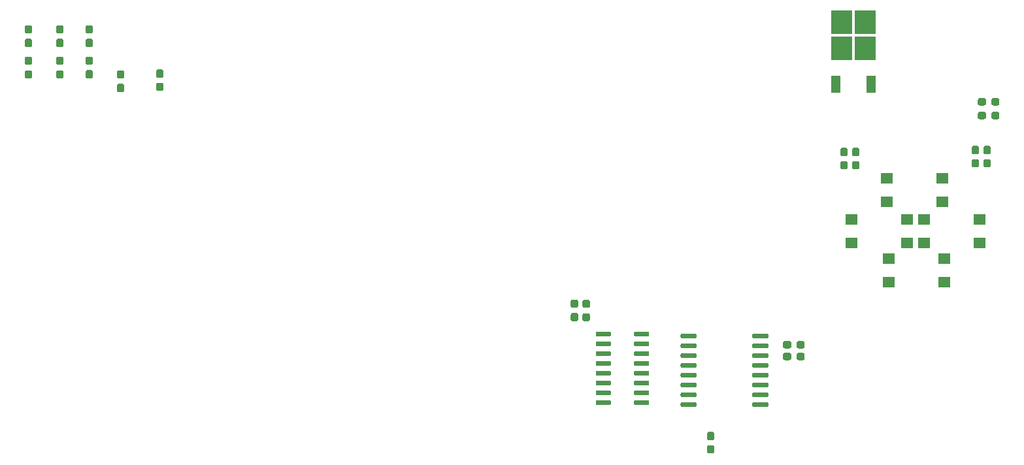
<source format=gbr>
G04 #@! TF.GenerationSoftware,KiCad,Pcbnew,(5.1.4)-1*
G04 #@! TF.CreationDate,2019-12-11T13:43:37-06:00*
G04 #@! TF.ProjectId,Rover_Controller,526f7665-725f-4436-9f6e-74726f6c6c65,rev?*
G04 #@! TF.SameCoordinates,Original*
G04 #@! TF.FileFunction,Paste,Top*
G04 #@! TF.FilePolarity,Positive*
%FSLAX46Y46*%
G04 Gerber Fmt 4.6, Leading zero omitted, Abs format (unit mm)*
G04 Created by KiCad (PCBNEW (5.1.4)-1) date 2019-12-11 13:43:37*
%MOMM*%
%LPD*%
G04 APERTURE LIST*
%ADD10C,0.100000*%
%ADD11C,0.950000*%
%ADD12C,0.600000*%
%ADD13R,1.600000X1.400000*%
%ADD14R,1.200000X2.200000*%
%ADD15R,2.750000X3.050000*%
G04 APERTURE END LIST*
D10*
G36*
X189744779Y-71245144D02*
G01*
X189767834Y-71248563D01*
X189790443Y-71254227D01*
X189812387Y-71262079D01*
X189833457Y-71272044D01*
X189853448Y-71284026D01*
X189872168Y-71297910D01*
X189889438Y-71313562D01*
X189905090Y-71330832D01*
X189918974Y-71349552D01*
X189930956Y-71369543D01*
X189940921Y-71390613D01*
X189948773Y-71412557D01*
X189954437Y-71435166D01*
X189957856Y-71458221D01*
X189959000Y-71481500D01*
X189959000Y-72056500D01*
X189957856Y-72079779D01*
X189954437Y-72102834D01*
X189948773Y-72125443D01*
X189940921Y-72147387D01*
X189930956Y-72168457D01*
X189918974Y-72188448D01*
X189905090Y-72207168D01*
X189889438Y-72224438D01*
X189872168Y-72240090D01*
X189853448Y-72253974D01*
X189833457Y-72265956D01*
X189812387Y-72275921D01*
X189790443Y-72283773D01*
X189767834Y-72289437D01*
X189744779Y-72292856D01*
X189721500Y-72294000D01*
X189246500Y-72294000D01*
X189223221Y-72292856D01*
X189200166Y-72289437D01*
X189177557Y-72283773D01*
X189155613Y-72275921D01*
X189134543Y-72265956D01*
X189114552Y-72253974D01*
X189095832Y-72240090D01*
X189078562Y-72224438D01*
X189062910Y-72207168D01*
X189049026Y-72188448D01*
X189037044Y-72168457D01*
X189027079Y-72147387D01*
X189019227Y-72125443D01*
X189013563Y-72102834D01*
X189010144Y-72079779D01*
X189009000Y-72056500D01*
X189009000Y-71481500D01*
X189010144Y-71458221D01*
X189013563Y-71435166D01*
X189019227Y-71412557D01*
X189027079Y-71390613D01*
X189037044Y-71369543D01*
X189049026Y-71349552D01*
X189062910Y-71330832D01*
X189078562Y-71313562D01*
X189095832Y-71297910D01*
X189114552Y-71284026D01*
X189134543Y-71272044D01*
X189155613Y-71262079D01*
X189177557Y-71254227D01*
X189200166Y-71248563D01*
X189223221Y-71245144D01*
X189246500Y-71244000D01*
X189721500Y-71244000D01*
X189744779Y-71245144D01*
X189744779Y-71245144D01*
G37*
D11*
X189484000Y-71769000D03*
D10*
G36*
X189744779Y-72995144D02*
G01*
X189767834Y-72998563D01*
X189790443Y-73004227D01*
X189812387Y-73012079D01*
X189833457Y-73022044D01*
X189853448Y-73034026D01*
X189872168Y-73047910D01*
X189889438Y-73063562D01*
X189905090Y-73080832D01*
X189918974Y-73099552D01*
X189930956Y-73119543D01*
X189940921Y-73140613D01*
X189948773Y-73162557D01*
X189954437Y-73185166D01*
X189957856Y-73208221D01*
X189959000Y-73231500D01*
X189959000Y-73806500D01*
X189957856Y-73829779D01*
X189954437Y-73852834D01*
X189948773Y-73875443D01*
X189940921Y-73897387D01*
X189930956Y-73918457D01*
X189918974Y-73938448D01*
X189905090Y-73957168D01*
X189889438Y-73974438D01*
X189872168Y-73990090D01*
X189853448Y-74003974D01*
X189833457Y-74015956D01*
X189812387Y-74025921D01*
X189790443Y-74033773D01*
X189767834Y-74039437D01*
X189744779Y-74042856D01*
X189721500Y-74044000D01*
X189246500Y-74044000D01*
X189223221Y-74042856D01*
X189200166Y-74039437D01*
X189177557Y-74033773D01*
X189155613Y-74025921D01*
X189134543Y-74015956D01*
X189114552Y-74003974D01*
X189095832Y-73990090D01*
X189078562Y-73974438D01*
X189062910Y-73957168D01*
X189049026Y-73938448D01*
X189037044Y-73918457D01*
X189027079Y-73897387D01*
X189019227Y-73875443D01*
X189013563Y-73852834D01*
X189010144Y-73829779D01*
X189009000Y-73806500D01*
X189009000Y-73231500D01*
X189010144Y-73208221D01*
X189013563Y-73185166D01*
X189019227Y-73162557D01*
X189027079Y-73140613D01*
X189037044Y-73119543D01*
X189049026Y-73099552D01*
X189062910Y-73080832D01*
X189078562Y-73063562D01*
X189095832Y-73047910D01*
X189114552Y-73034026D01*
X189134543Y-73022044D01*
X189155613Y-73012079D01*
X189177557Y-73004227D01*
X189200166Y-72998563D01*
X189223221Y-72995144D01*
X189246500Y-72994000D01*
X189721500Y-72994000D01*
X189744779Y-72995144D01*
X189744779Y-72995144D01*
G37*
D11*
X189484000Y-73519000D03*
D10*
G36*
X91954779Y-57106144D02*
G01*
X91977834Y-57109563D01*
X92000443Y-57115227D01*
X92022387Y-57123079D01*
X92043457Y-57133044D01*
X92063448Y-57145026D01*
X92082168Y-57158910D01*
X92099438Y-57174562D01*
X92115090Y-57191832D01*
X92128974Y-57210552D01*
X92140956Y-57230543D01*
X92150921Y-57251613D01*
X92158773Y-57273557D01*
X92164437Y-57296166D01*
X92167856Y-57319221D01*
X92169000Y-57342500D01*
X92169000Y-57917500D01*
X92167856Y-57940779D01*
X92164437Y-57963834D01*
X92158773Y-57986443D01*
X92150921Y-58008387D01*
X92140956Y-58029457D01*
X92128974Y-58049448D01*
X92115090Y-58068168D01*
X92099438Y-58085438D01*
X92082168Y-58101090D01*
X92063448Y-58114974D01*
X92043457Y-58126956D01*
X92022387Y-58136921D01*
X92000443Y-58144773D01*
X91977834Y-58150437D01*
X91954779Y-58153856D01*
X91931500Y-58155000D01*
X91456500Y-58155000D01*
X91433221Y-58153856D01*
X91410166Y-58150437D01*
X91387557Y-58144773D01*
X91365613Y-58136921D01*
X91344543Y-58126956D01*
X91324552Y-58114974D01*
X91305832Y-58101090D01*
X91288562Y-58085438D01*
X91272910Y-58068168D01*
X91259026Y-58049448D01*
X91247044Y-58029457D01*
X91237079Y-58008387D01*
X91229227Y-57986443D01*
X91223563Y-57963834D01*
X91220144Y-57940779D01*
X91219000Y-57917500D01*
X91219000Y-57342500D01*
X91220144Y-57319221D01*
X91223563Y-57296166D01*
X91229227Y-57273557D01*
X91237079Y-57251613D01*
X91247044Y-57230543D01*
X91259026Y-57210552D01*
X91272910Y-57191832D01*
X91288562Y-57174562D01*
X91305832Y-57158910D01*
X91324552Y-57145026D01*
X91344543Y-57133044D01*
X91365613Y-57123079D01*
X91387557Y-57115227D01*
X91410166Y-57109563D01*
X91433221Y-57106144D01*
X91456500Y-57105000D01*
X91931500Y-57105000D01*
X91954779Y-57106144D01*
X91954779Y-57106144D01*
G37*
D11*
X91694000Y-57630000D03*
D10*
G36*
X91954779Y-55356144D02*
G01*
X91977834Y-55359563D01*
X92000443Y-55365227D01*
X92022387Y-55373079D01*
X92043457Y-55383044D01*
X92063448Y-55395026D01*
X92082168Y-55408910D01*
X92099438Y-55424562D01*
X92115090Y-55441832D01*
X92128974Y-55460552D01*
X92140956Y-55480543D01*
X92150921Y-55501613D01*
X92158773Y-55523557D01*
X92164437Y-55546166D01*
X92167856Y-55569221D01*
X92169000Y-55592500D01*
X92169000Y-56167500D01*
X92167856Y-56190779D01*
X92164437Y-56213834D01*
X92158773Y-56236443D01*
X92150921Y-56258387D01*
X92140956Y-56279457D01*
X92128974Y-56299448D01*
X92115090Y-56318168D01*
X92099438Y-56335438D01*
X92082168Y-56351090D01*
X92063448Y-56364974D01*
X92043457Y-56376956D01*
X92022387Y-56386921D01*
X92000443Y-56394773D01*
X91977834Y-56400437D01*
X91954779Y-56403856D01*
X91931500Y-56405000D01*
X91456500Y-56405000D01*
X91433221Y-56403856D01*
X91410166Y-56400437D01*
X91387557Y-56394773D01*
X91365613Y-56386921D01*
X91344543Y-56376956D01*
X91324552Y-56364974D01*
X91305832Y-56351090D01*
X91288562Y-56335438D01*
X91272910Y-56318168D01*
X91259026Y-56299448D01*
X91247044Y-56279457D01*
X91237079Y-56258387D01*
X91229227Y-56236443D01*
X91223563Y-56213834D01*
X91220144Y-56190779D01*
X91219000Y-56167500D01*
X91219000Y-55592500D01*
X91220144Y-55569221D01*
X91223563Y-55546166D01*
X91229227Y-55523557D01*
X91237079Y-55501613D01*
X91247044Y-55480543D01*
X91259026Y-55460552D01*
X91272910Y-55441832D01*
X91288562Y-55424562D01*
X91305832Y-55408910D01*
X91324552Y-55395026D01*
X91344543Y-55383044D01*
X91365613Y-55373079D01*
X91387557Y-55365227D01*
X91410166Y-55359563D01*
X91433221Y-55356144D01*
X91456500Y-55355000D01*
X91931500Y-55355000D01*
X91954779Y-55356144D01*
X91954779Y-55356144D01*
G37*
D11*
X91694000Y-55880000D03*
D10*
G36*
X156343779Y-92680144D02*
G01*
X156366834Y-92683563D01*
X156389443Y-92689227D01*
X156411387Y-92697079D01*
X156432457Y-92707044D01*
X156452448Y-92719026D01*
X156471168Y-92732910D01*
X156488438Y-92748562D01*
X156504090Y-92765832D01*
X156517974Y-92784552D01*
X156529956Y-92804543D01*
X156539921Y-92825613D01*
X156547773Y-92847557D01*
X156553437Y-92870166D01*
X156556856Y-92893221D01*
X156558000Y-92916500D01*
X156558000Y-93491500D01*
X156556856Y-93514779D01*
X156553437Y-93537834D01*
X156547773Y-93560443D01*
X156539921Y-93582387D01*
X156529956Y-93603457D01*
X156517974Y-93623448D01*
X156504090Y-93642168D01*
X156488438Y-93659438D01*
X156471168Y-93675090D01*
X156452448Y-93688974D01*
X156432457Y-93700956D01*
X156411387Y-93710921D01*
X156389443Y-93718773D01*
X156366834Y-93724437D01*
X156343779Y-93727856D01*
X156320500Y-93729000D01*
X155845500Y-93729000D01*
X155822221Y-93727856D01*
X155799166Y-93724437D01*
X155776557Y-93718773D01*
X155754613Y-93710921D01*
X155733543Y-93700956D01*
X155713552Y-93688974D01*
X155694832Y-93675090D01*
X155677562Y-93659438D01*
X155661910Y-93642168D01*
X155648026Y-93623448D01*
X155636044Y-93603457D01*
X155626079Y-93582387D01*
X155618227Y-93560443D01*
X155612563Y-93537834D01*
X155609144Y-93514779D01*
X155608000Y-93491500D01*
X155608000Y-92916500D01*
X155609144Y-92893221D01*
X155612563Y-92870166D01*
X155618227Y-92847557D01*
X155626079Y-92825613D01*
X155636044Y-92804543D01*
X155648026Y-92784552D01*
X155661910Y-92765832D01*
X155677562Y-92748562D01*
X155694832Y-92732910D01*
X155713552Y-92719026D01*
X155733543Y-92707044D01*
X155754613Y-92697079D01*
X155776557Y-92689227D01*
X155799166Y-92683563D01*
X155822221Y-92680144D01*
X155845500Y-92679000D01*
X156320500Y-92679000D01*
X156343779Y-92680144D01*
X156343779Y-92680144D01*
G37*
D11*
X156083000Y-93204000D03*
D10*
G36*
X156343779Y-90930144D02*
G01*
X156366834Y-90933563D01*
X156389443Y-90939227D01*
X156411387Y-90947079D01*
X156432457Y-90957044D01*
X156452448Y-90969026D01*
X156471168Y-90982910D01*
X156488438Y-90998562D01*
X156504090Y-91015832D01*
X156517974Y-91034552D01*
X156529956Y-91054543D01*
X156539921Y-91075613D01*
X156547773Y-91097557D01*
X156553437Y-91120166D01*
X156556856Y-91143221D01*
X156558000Y-91166500D01*
X156558000Y-91741500D01*
X156556856Y-91764779D01*
X156553437Y-91787834D01*
X156547773Y-91810443D01*
X156539921Y-91832387D01*
X156529956Y-91853457D01*
X156517974Y-91873448D01*
X156504090Y-91892168D01*
X156488438Y-91909438D01*
X156471168Y-91925090D01*
X156452448Y-91938974D01*
X156432457Y-91950956D01*
X156411387Y-91960921D01*
X156389443Y-91968773D01*
X156366834Y-91974437D01*
X156343779Y-91977856D01*
X156320500Y-91979000D01*
X155845500Y-91979000D01*
X155822221Y-91977856D01*
X155799166Y-91974437D01*
X155776557Y-91968773D01*
X155754613Y-91960921D01*
X155733543Y-91950956D01*
X155713552Y-91938974D01*
X155694832Y-91925090D01*
X155677562Y-91909438D01*
X155661910Y-91892168D01*
X155648026Y-91873448D01*
X155636044Y-91853457D01*
X155626079Y-91832387D01*
X155618227Y-91810443D01*
X155612563Y-91787834D01*
X155609144Y-91764779D01*
X155608000Y-91741500D01*
X155608000Y-91166500D01*
X155609144Y-91143221D01*
X155612563Y-91120166D01*
X155618227Y-91097557D01*
X155626079Y-91075613D01*
X155636044Y-91054543D01*
X155648026Y-91034552D01*
X155661910Y-91015832D01*
X155677562Y-90998562D01*
X155694832Y-90982910D01*
X155713552Y-90969026D01*
X155733543Y-90957044D01*
X155754613Y-90947079D01*
X155776557Y-90939227D01*
X155799166Y-90933563D01*
X155822221Y-90930144D01*
X155845500Y-90929000D01*
X156320500Y-90929000D01*
X156343779Y-90930144D01*
X156343779Y-90930144D01*
G37*
D11*
X156083000Y-91454000D03*
D10*
G36*
X154819779Y-92666144D02*
G01*
X154842834Y-92669563D01*
X154865443Y-92675227D01*
X154887387Y-92683079D01*
X154908457Y-92693044D01*
X154928448Y-92705026D01*
X154947168Y-92718910D01*
X154964438Y-92734562D01*
X154980090Y-92751832D01*
X154993974Y-92770552D01*
X155005956Y-92790543D01*
X155015921Y-92811613D01*
X155023773Y-92833557D01*
X155029437Y-92856166D01*
X155032856Y-92879221D01*
X155034000Y-92902500D01*
X155034000Y-93477500D01*
X155032856Y-93500779D01*
X155029437Y-93523834D01*
X155023773Y-93546443D01*
X155015921Y-93568387D01*
X155005956Y-93589457D01*
X154993974Y-93609448D01*
X154980090Y-93628168D01*
X154964438Y-93645438D01*
X154947168Y-93661090D01*
X154928448Y-93674974D01*
X154908457Y-93686956D01*
X154887387Y-93696921D01*
X154865443Y-93704773D01*
X154842834Y-93710437D01*
X154819779Y-93713856D01*
X154796500Y-93715000D01*
X154321500Y-93715000D01*
X154298221Y-93713856D01*
X154275166Y-93710437D01*
X154252557Y-93704773D01*
X154230613Y-93696921D01*
X154209543Y-93686956D01*
X154189552Y-93674974D01*
X154170832Y-93661090D01*
X154153562Y-93645438D01*
X154137910Y-93628168D01*
X154124026Y-93609448D01*
X154112044Y-93589457D01*
X154102079Y-93568387D01*
X154094227Y-93546443D01*
X154088563Y-93523834D01*
X154085144Y-93500779D01*
X154084000Y-93477500D01*
X154084000Y-92902500D01*
X154085144Y-92879221D01*
X154088563Y-92856166D01*
X154094227Y-92833557D01*
X154102079Y-92811613D01*
X154112044Y-92790543D01*
X154124026Y-92770552D01*
X154137910Y-92751832D01*
X154153562Y-92734562D01*
X154170832Y-92718910D01*
X154189552Y-92705026D01*
X154209543Y-92693044D01*
X154230613Y-92683079D01*
X154252557Y-92675227D01*
X154275166Y-92669563D01*
X154298221Y-92666144D01*
X154321500Y-92665000D01*
X154796500Y-92665000D01*
X154819779Y-92666144D01*
X154819779Y-92666144D01*
G37*
D11*
X154559000Y-93190000D03*
D10*
G36*
X154819779Y-90916144D02*
G01*
X154842834Y-90919563D01*
X154865443Y-90925227D01*
X154887387Y-90933079D01*
X154908457Y-90943044D01*
X154928448Y-90955026D01*
X154947168Y-90968910D01*
X154964438Y-90984562D01*
X154980090Y-91001832D01*
X154993974Y-91020552D01*
X155005956Y-91040543D01*
X155015921Y-91061613D01*
X155023773Y-91083557D01*
X155029437Y-91106166D01*
X155032856Y-91129221D01*
X155034000Y-91152500D01*
X155034000Y-91727500D01*
X155032856Y-91750779D01*
X155029437Y-91773834D01*
X155023773Y-91796443D01*
X155015921Y-91818387D01*
X155005956Y-91839457D01*
X154993974Y-91859448D01*
X154980090Y-91878168D01*
X154964438Y-91895438D01*
X154947168Y-91911090D01*
X154928448Y-91924974D01*
X154908457Y-91936956D01*
X154887387Y-91946921D01*
X154865443Y-91954773D01*
X154842834Y-91960437D01*
X154819779Y-91963856D01*
X154796500Y-91965000D01*
X154321500Y-91965000D01*
X154298221Y-91963856D01*
X154275166Y-91960437D01*
X154252557Y-91954773D01*
X154230613Y-91946921D01*
X154209543Y-91936956D01*
X154189552Y-91924974D01*
X154170832Y-91911090D01*
X154153562Y-91895438D01*
X154137910Y-91878168D01*
X154124026Y-91859448D01*
X154112044Y-91839457D01*
X154102079Y-91818387D01*
X154094227Y-91796443D01*
X154088563Y-91773834D01*
X154085144Y-91750779D01*
X154084000Y-91727500D01*
X154084000Y-91152500D01*
X154085144Y-91129221D01*
X154088563Y-91106166D01*
X154094227Y-91083557D01*
X154102079Y-91061613D01*
X154112044Y-91040543D01*
X154124026Y-91020552D01*
X154137910Y-91001832D01*
X154153562Y-90984562D01*
X154170832Y-90968910D01*
X154189552Y-90955026D01*
X154209543Y-90943044D01*
X154230613Y-90933079D01*
X154252557Y-90925227D01*
X154275166Y-90919563D01*
X154298221Y-90916144D01*
X154321500Y-90915000D01*
X154796500Y-90915000D01*
X154819779Y-90916144D01*
X154819779Y-90916144D01*
G37*
D11*
X154559000Y-91440000D03*
D10*
G36*
X208286779Y-72741144D02*
G01*
X208309834Y-72744563D01*
X208332443Y-72750227D01*
X208354387Y-72758079D01*
X208375457Y-72768044D01*
X208395448Y-72780026D01*
X208414168Y-72793910D01*
X208431438Y-72809562D01*
X208447090Y-72826832D01*
X208460974Y-72845552D01*
X208472956Y-72865543D01*
X208482921Y-72886613D01*
X208490773Y-72908557D01*
X208496437Y-72931166D01*
X208499856Y-72954221D01*
X208501000Y-72977500D01*
X208501000Y-73552500D01*
X208499856Y-73575779D01*
X208496437Y-73598834D01*
X208490773Y-73621443D01*
X208482921Y-73643387D01*
X208472956Y-73664457D01*
X208460974Y-73684448D01*
X208447090Y-73703168D01*
X208431438Y-73720438D01*
X208414168Y-73736090D01*
X208395448Y-73749974D01*
X208375457Y-73761956D01*
X208354387Y-73771921D01*
X208332443Y-73779773D01*
X208309834Y-73785437D01*
X208286779Y-73788856D01*
X208263500Y-73790000D01*
X207788500Y-73790000D01*
X207765221Y-73788856D01*
X207742166Y-73785437D01*
X207719557Y-73779773D01*
X207697613Y-73771921D01*
X207676543Y-73761956D01*
X207656552Y-73749974D01*
X207637832Y-73736090D01*
X207620562Y-73720438D01*
X207604910Y-73703168D01*
X207591026Y-73684448D01*
X207579044Y-73664457D01*
X207569079Y-73643387D01*
X207561227Y-73621443D01*
X207555563Y-73598834D01*
X207552144Y-73575779D01*
X207551000Y-73552500D01*
X207551000Y-72977500D01*
X207552144Y-72954221D01*
X207555563Y-72931166D01*
X207561227Y-72908557D01*
X207569079Y-72886613D01*
X207579044Y-72865543D01*
X207591026Y-72845552D01*
X207604910Y-72826832D01*
X207620562Y-72809562D01*
X207637832Y-72793910D01*
X207656552Y-72780026D01*
X207676543Y-72768044D01*
X207697613Y-72758079D01*
X207719557Y-72750227D01*
X207742166Y-72744563D01*
X207765221Y-72741144D01*
X207788500Y-72740000D01*
X208263500Y-72740000D01*
X208286779Y-72741144D01*
X208286779Y-72741144D01*
G37*
D11*
X208026000Y-73265000D03*
D10*
G36*
X208286779Y-70991144D02*
G01*
X208309834Y-70994563D01*
X208332443Y-71000227D01*
X208354387Y-71008079D01*
X208375457Y-71018044D01*
X208395448Y-71030026D01*
X208414168Y-71043910D01*
X208431438Y-71059562D01*
X208447090Y-71076832D01*
X208460974Y-71095552D01*
X208472956Y-71115543D01*
X208482921Y-71136613D01*
X208490773Y-71158557D01*
X208496437Y-71181166D01*
X208499856Y-71204221D01*
X208501000Y-71227500D01*
X208501000Y-71802500D01*
X208499856Y-71825779D01*
X208496437Y-71848834D01*
X208490773Y-71871443D01*
X208482921Y-71893387D01*
X208472956Y-71914457D01*
X208460974Y-71934448D01*
X208447090Y-71953168D01*
X208431438Y-71970438D01*
X208414168Y-71986090D01*
X208395448Y-71999974D01*
X208375457Y-72011956D01*
X208354387Y-72021921D01*
X208332443Y-72029773D01*
X208309834Y-72035437D01*
X208286779Y-72038856D01*
X208263500Y-72040000D01*
X207788500Y-72040000D01*
X207765221Y-72038856D01*
X207742166Y-72035437D01*
X207719557Y-72029773D01*
X207697613Y-72021921D01*
X207676543Y-72011956D01*
X207656552Y-71999974D01*
X207637832Y-71986090D01*
X207620562Y-71970438D01*
X207604910Y-71953168D01*
X207591026Y-71934448D01*
X207579044Y-71914457D01*
X207569079Y-71893387D01*
X207561227Y-71871443D01*
X207555563Y-71848834D01*
X207552144Y-71825779D01*
X207551000Y-71802500D01*
X207551000Y-71227500D01*
X207552144Y-71204221D01*
X207555563Y-71181166D01*
X207561227Y-71158557D01*
X207569079Y-71136613D01*
X207579044Y-71115543D01*
X207591026Y-71095552D01*
X207604910Y-71076832D01*
X207620562Y-71059562D01*
X207637832Y-71043910D01*
X207656552Y-71030026D01*
X207676543Y-71018044D01*
X207697613Y-71008079D01*
X207719557Y-71000227D01*
X207742166Y-70994563D01*
X207765221Y-70991144D01*
X207788500Y-70990000D01*
X208263500Y-70990000D01*
X208286779Y-70991144D01*
X208286779Y-70991144D01*
G37*
D11*
X208026000Y-71515000D03*
D10*
G36*
X206762779Y-72741144D02*
G01*
X206785834Y-72744563D01*
X206808443Y-72750227D01*
X206830387Y-72758079D01*
X206851457Y-72768044D01*
X206871448Y-72780026D01*
X206890168Y-72793910D01*
X206907438Y-72809562D01*
X206923090Y-72826832D01*
X206936974Y-72845552D01*
X206948956Y-72865543D01*
X206958921Y-72886613D01*
X206966773Y-72908557D01*
X206972437Y-72931166D01*
X206975856Y-72954221D01*
X206977000Y-72977500D01*
X206977000Y-73552500D01*
X206975856Y-73575779D01*
X206972437Y-73598834D01*
X206966773Y-73621443D01*
X206958921Y-73643387D01*
X206948956Y-73664457D01*
X206936974Y-73684448D01*
X206923090Y-73703168D01*
X206907438Y-73720438D01*
X206890168Y-73736090D01*
X206871448Y-73749974D01*
X206851457Y-73761956D01*
X206830387Y-73771921D01*
X206808443Y-73779773D01*
X206785834Y-73785437D01*
X206762779Y-73788856D01*
X206739500Y-73790000D01*
X206264500Y-73790000D01*
X206241221Y-73788856D01*
X206218166Y-73785437D01*
X206195557Y-73779773D01*
X206173613Y-73771921D01*
X206152543Y-73761956D01*
X206132552Y-73749974D01*
X206113832Y-73736090D01*
X206096562Y-73720438D01*
X206080910Y-73703168D01*
X206067026Y-73684448D01*
X206055044Y-73664457D01*
X206045079Y-73643387D01*
X206037227Y-73621443D01*
X206031563Y-73598834D01*
X206028144Y-73575779D01*
X206027000Y-73552500D01*
X206027000Y-72977500D01*
X206028144Y-72954221D01*
X206031563Y-72931166D01*
X206037227Y-72908557D01*
X206045079Y-72886613D01*
X206055044Y-72865543D01*
X206067026Y-72845552D01*
X206080910Y-72826832D01*
X206096562Y-72809562D01*
X206113832Y-72793910D01*
X206132552Y-72780026D01*
X206152543Y-72768044D01*
X206173613Y-72758079D01*
X206195557Y-72750227D01*
X206218166Y-72744563D01*
X206241221Y-72741144D01*
X206264500Y-72740000D01*
X206739500Y-72740000D01*
X206762779Y-72741144D01*
X206762779Y-72741144D01*
G37*
D11*
X206502000Y-73265000D03*
D10*
G36*
X206762779Y-70991144D02*
G01*
X206785834Y-70994563D01*
X206808443Y-71000227D01*
X206830387Y-71008079D01*
X206851457Y-71018044D01*
X206871448Y-71030026D01*
X206890168Y-71043910D01*
X206907438Y-71059562D01*
X206923090Y-71076832D01*
X206936974Y-71095552D01*
X206948956Y-71115543D01*
X206958921Y-71136613D01*
X206966773Y-71158557D01*
X206972437Y-71181166D01*
X206975856Y-71204221D01*
X206977000Y-71227500D01*
X206977000Y-71802500D01*
X206975856Y-71825779D01*
X206972437Y-71848834D01*
X206966773Y-71871443D01*
X206958921Y-71893387D01*
X206948956Y-71914457D01*
X206936974Y-71934448D01*
X206923090Y-71953168D01*
X206907438Y-71970438D01*
X206890168Y-71986090D01*
X206871448Y-71999974D01*
X206851457Y-72011956D01*
X206830387Y-72021921D01*
X206808443Y-72029773D01*
X206785834Y-72035437D01*
X206762779Y-72038856D01*
X206739500Y-72040000D01*
X206264500Y-72040000D01*
X206241221Y-72038856D01*
X206218166Y-72035437D01*
X206195557Y-72029773D01*
X206173613Y-72021921D01*
X206152543Y-72011956D01*
X206132552Y-71999974D01*
X206113832Y-71986090D01*
X206096562Y-71970438D01*
X206080910Y-71953168D01*
X206067026Y-71934448D01*
X206055044Y-71914457D01*
X206045079Y-71893387D01*
X206037227Y-71871443D01*
X206031563Y-71848834D01*
X206028144Y-71825779D01*
X206027000Y-71802500D01*
X206027000Y-71227500D01*
X206028144Y-71204221D01*
X206031563Y-71181166D01*
X206037227Y-71158557D01*
X206045079Y-71136613D01*
X206055044Y-71115543D01*
X206067026Y-71095552D01*
X206080910Y-71076832D01*
X206096562Y-71059562D01*
X206113832Y-71043910D01*
X206132552Y-71030026D01*
X206152543Y-71018044D01*
X206173613Y-71008079D01*
X206195557Y-71000227D01*
X206218166Y-70994563D01*
X206241221Y-70991144D01*
X206264500Y-70990000D01*
X206739500Y-70990000D01*
X206762779Y-70991144D01*
X206762779Y-70991144D01*
G37*
D11*
X206502000Y-71515000D03*
D10*
G36*
X191268779Y-71245144D02*
G01*
X191291834Y-71248563D01*
X191314443Y-71254227D01*
X191336387Y-71262079D01*
X191357457Y-71272044D01*
X191377448Y-71284026D01*
X191396168Y-71297910D01*
X191413438Y-71313562D01*
X191429090Y-71330832D01*
X191442974Y-71349552D01*
X191454956Y-71369543D01*
X191464921Y-71390613D01*
X191472773Y-71412557D01*
X191478437Y-71435166D01*
X191481856Y-71458221D01*
X191483000Y-71481500D01*
X191483000Y-72056500D01*
X191481856Y-72079779D01*
X191478437Y-72102834D01*
X191472773Y-72125443D01*
X191464921Y-72147387D01*
X191454956Y-72168457D01*
X191442974Y-72188448D01*
X191429090Y-72207168D01*
X191413438Y-72224438D01*
X191396168Y-72240090D01*
X191377448Y-72253974D01*
X191357457Y-72265956D01*
X191336387Y-72275921D01*
X191314443Y-72283773D01*
X191291834Y-72289437D01*
X191268779Y-72292856D01*
X191245500Y-72294000D01*
X190770500Y-72294000D01*
X190747221Y-72292856D01*
X190724166Y-72289437D01*
X190701557Y-72283773D01*
X190679613Y-72275921D01*
X190658543Y-72265956D01*
X190638552Y-72253974D01*
X190619832Y-72240090D01*
X190602562Y-72224438D01*
X190586910Y-72207168D01*
X190573026Y-72188448D01*
X190561044Y-72168457D01*
X190551079Y-72147387D01*
X190543227Y-72125443D01*
X190537563Y-72102834D01*
X190534144Y-72079779D01*
X190533000Y-72056500D01*
X190533000Y-71481500D01*
X190534144Y-71458221D01*
X190537563Y-71435166D01*
X190543227Y-71412557D01*
X190551079Y-71390613D01*
X190561044Y-71369543D01*
X190573026Y-71349552D01*
X190586910Y-71330832D01*
X190602562Y-71313562D01*
X190619832Y-71297910D01*
X190638552Y-71284026D01*
X190658543Y-71272044D01*
X190679613Y-71262079D01*
X190701557Y-71254227D01*
X190724166Y-71248563D01*
X190747221Y-71245144D01*
X190770500Y-71244000D01*
X191245500Y-71244000D01*
X191268779Y-71245144D01*
X191268779Y-71245144D01*
G37*
D11*
X191008000Y-71769000D03*
D10*
G36*
X191268779Y-72995144D02*
G01*
X191291834Y-72998563D01*
X191314443Y-73004227D01*
X191336387Y-73012079D01*
X191357457Y-73022044D01*
X191377448Y-73034026D01*
X191396168Y-73047910D01*
X191413438Y-73063562D01*
X191429090Y-73080832D01*
X191442974Y-73099552D01*
X191454956Y-73119543D01*
X191464921Y-73140613D01*
X191472773Y-73162557D01*
X191478437Y-73185166D01*
X191481856Y-73208221D01*
X191483000Y-73231500D01*
X191483000Y-73806500D01*
X191481856Y-73829779D01*
X191478437Y-73852834D01*
X191472773Y-73875443D01*
X191464921Y-73897387D01*
X191454956Y-73918457D01*
X191442974Y-73938448D01*
X191429090Y-73957168D01*
X191413438Y-73974438D01*
X191396168Y-73990090D01*
X191377448Y-74003974D01*
X191357457Y-74015956D01*
X191336387Y-74025921D01*
X191314443Y-74033773D01*
X191291834Y-74039437D01*
X191268779Y-74042856D01*
X191245500Y-74044000D01*
X190770500Y-74044000D01*
X190747221Y-74042856D01*
X190724166Y-74039437D01*
X190701557Y-74033773D01*
X190679613Y-74025921D01*
X190658543Y-74015956D01*
X190638552Y-74003974D01*
X190619832Y-73990090D01*
X190602562Y-73974438D01*
X190586910Y-73957168D01*
X190573026Y-73938448D01*
X190561044Y-73918457D01*
X190551079Y-73897387D01*
X190543227Y-73875443D01*
X190537563Y-73852834D01*
X190534144Y-73829779D01*
X190533000Y-73806500D01*
X190533000Y-73231500D01*
X190534144Y-73208221D01*
X190537563Y-73185166D01*
X190543227Y-73162557D01*
X190551079Y-73140613D01*
X190561044Y-73119543D01*
X190573026Y-73099552D01*
X190586910Y-73080832D01*
X190602562Y-73063562D01*
X190619832Y-73047910D01*
X190638552Y-73034026D01*
X190658543Y-73022044D01*
X190679613Y-73012079D01*
X190701557Y-73004227D01*
X190724166Y-72998563D01*
X190747221Y-72995144D01*
X190770500Y-72994000D01*
X191245500Y-72994000D01*
X191268779Y-72995144D01*
X191268779Y-72995144D01*
G37*
D11*
X191008000Y-73519000D03*
D10*
G36*
X179529703Y-95331722D02*
G01*
X179544264Y-95333882D01*
X179558543Y-95337459D01*
X179572403Y-95342418D01*
X179585710Y-95348712D01*
X179598336Y-95356280D01*
X179610159Y-95365048D01*
X179621066Y-95374934D01*
X179630952Y-95385841D01*
X179639720Y-95397664D01*
X179647288Y-95410290D01*
X179653582Y-95423597D01*
X179658541Y-95437457D01*
X179662118Y-95451736D01*
X179664278Y-95466297D01*
X179665000Y-95481000D01*
X179665000Y-95781000D01*
X179664278Y-95795703D01*
X179662118Y-95810264D01*
X179658541Y-95824543D01*
X179653582Y-95838403D01*
X179647288Y-95851710D01*
X179639720Y-95864336D01*
X179630952Y-95876159D01*
X179621066Y-95887066D01*
X179610159Y-95896952D01*
X179598336Y-95905720D01*
X179585710Y-95913288D01*
X179572403Y-95919582D01*
X179558543Y-95924541D01*
X179544264Y-95928118D01*
X179529703Y-95930278D01*
X179515000Y-95931000D01*
X177765000Y-95931000D01*
X177750297Y-95930278D01*
X177735736Y-95928118D01*
X177721457Y-95924541D01*
X177707597Y-95919582D01*
X177694290Y-95913288D01*
X177681664Y-95905720D01*
X177669841Y-95896952D01*
X177658934Y-95887066D01*
X177649048Y-95876159D01*
X177640280Y-95864336D01*
X177632712Y-95851710D01*
X177626418Y-95838403D01*
X177621459Y-95824543D01*
X177617882Y-95810264D01*
X177615722Y-95795703D01*
X177615000Y-95781000D01*
X177615000Y-95481000D01*
X177615722Y-95466297D01*
X177617882Y-95451736D01*
X177621459Y-95437457D01*
X177626418Y-95423597D01*
X177632712Y-95410290D01*
X177640280Y-95397664D01*
X177649048Y-95385841D01*
X177658934Y-95374934D01*
X177669841Y-95365048D01*
X177681664Y-95356280D01*
X177694290Y-95348712D01*
X177707597Y-95342418D01*
X177721457Y-95337459D01*
X177735736Y-95333882D01*
X177750297Y-95331722D01*
X177765000Y-95331000D01*
X179515000Y-95331000D01*
X179529703Y-95331722D01*
X179529703Y-95331722D01*
G37*
D12*
X178640000Y-95631000D03*
D10*
G36*
X179529703Y-96601722D02*
G01*
X179544264Y-96603882D01*
X179558543Y-96607459D01*
X179572403Y-96612418D01*
X179585710Y-96618712D01*
X179598336Y-96626280D01*
X179610159Y-96635048D01*
X179621066Y-96644934D01*
X179630952Y-96655841D01*
X179639720Y-96667664D01*
X179647288Y-96680290D01*
X179653582Y-96693597D01*
X179658541Y-96707457D01*
X179662118Y-96721736D01*
X179664278Y-96736297D01*
X179665000Y-96751000D01*
X179665000Y-97051000D01*
X179664278Y-97065703D01*
X179662118Y-97080264D01*
X179658541Y-97094543D01*
X179653582Y-97108403D01*
X179647288Y-97121710D01*
X179639720Y-97134336D01*
X179630952Y-97146159D01*
X179621066Y-97157066D01*
X179610159Y-97166952D01*
X179598336Y-97175720D01*
X179585710Y-97183288D01*
X179572403Y-97189582D01*
X179558543Y-97194541D01*
X179544264Y-97198118D01*
X179529703Y-97200278D01*
X179515000Y-97201000D01*
X177765000Y-97201000D01*
X177750297Y-97200278D01*
X177735736Y-97198118D01*
X177721457Y-97194541D01*
X177707597Y-97189582D01*
X177694290Y-97183288D01*
X177681664Y-97175720D01*
X177669841Y-97166952D01*
X177658934Y-97157066D01*
X177649048Y-97146159D01*
X177640280Y-97134336D01*
X177632712Y-97121710D01*
X177626418Y-97108403D01*
X177621459Y-97094543D01*
X177617882Y-97080264D01*
X177615722Y-97065703D01*
X177615000Y-97051000D01*
X177615000Y-96751000D01*
X177615722Y-96736297D01*
X177617882Y-96721736D01*
X177621459Y-96707457D01*
X177626418Y-96693597D01*
X177632712Y-96680290D01*
X177640280Y-96667664D01*
X177649048Y-96655841D01*
X177658934Y-96644934D01*
X177669841Y-96635048D01*
X177681664Y-96626280D01*
X177694290Y-96618712D01*
X177707597Y-96612418D01*
X177721457Y-96607459D01*
X177735736Y-96603882D01*
X177750297Y-96601722D01*
X177765000Y-96601000D01*
X179515000Y-96601000D01*
X179529703Y-96601722D01*
X179529703Y-96601722D01*
G37*
D12*
X178640000Y-96901000D03*
D10*
G36*
X179529703Y-97871722D02*
G01*
X179544264Y-97873882D01*
X179558543Y-97877459D01*
X179572403Y-97882418D01*
X179585710Y-97888712D01*
X179598336Y-97896280D01*
X179610159Y-97905048D01*
X179621066Y-97914934D01*
X179630952Y-97925841D01*
X179639720Y-97937664D01*
X179647288Y-97950290D01*
X179653582Y-97963597D01*
X179658541Y-97977457D01*
X179662118Y-97991736D01*
X179664278Y-98006297D01*
X179665000Y-98021000D01*
X179665000Y-98321000D01*
X179664278Y-98335703D01*
X179662118Y-98350264D01*
X179658541Y-98364543D01*
X179653582Y-98378403D01*
X179647288Y-98391710D01*
X179639720Y-98404336D01*
X179630952Y-98416159D01*
X179621066Y-98427066D01*
X179610159Y-98436952D01*
X179598336Y-98445720D01*
X179585710Y-98453288D01*
X179572403Y-98459582D01*
X179558543Y-98464541D01*
X179544264Y-98468118D01*
X179529703Y-98470278D01*
X179515000Y-98471000D01*
X177765000Y-98471000D01*
X177750297Y-98470278D01*
X177735736Y-98468118D01*
X177721457Y-98464541D01*
X177707597Y-98459582D01*
X177694290Y-98453288D01*
X177681664Y-98445720D01*
X177669841Y-98436952D01*
X177658934Y-98427066D01*
X177649048Y-98416159D01*
X177640280Y-98404336D01*
X177632712Y-98391710D01*
X177626418Y-98378403D01*
X177621459Y-98364543D01*
X177617882Y-98350264D01*
X177615722Y-98335703D01*
X177615000Y-98321000D01*
X177615000Y-98021000D01*
X177615722Y-98006297D01*
X177617882Y-97991736D01*
X177621459Y-97977457D01*
X177626418Y-97963597D01*
X177632712Y-97950290D01*
X177640280Y-97937664D01*
X177649048Y-97925841D01*
X177658934Y-97914934D01*
X177669841Y-97905048D01*
X177681664Y-97896280D01*
X177694290Y-97888712D01*
X177707597Y-97882418D01*
X177721457Y-97877459D01*
X177735736Y-97873882D01*
X177750297Y-97871722D01*
X177765000Y-97871000D01*
X179515000Y-97871000D01*
X179529703Y-97871722D01*
X179529703Y-97871722D01*
G37*
D12*
X178640000Y-98171000D03*
D10*
G36*
X179529703Y-99141722D02*
G01*
X179544264Y-99143882D01*
X179558543Y-99147459D01*
X179572403Y-99152418D01*
X179585710Y-99158712D01*
X179598336Y-99166280D01*
X179610159Y-99175048D01*
X179621066Y-99184934D01*
X179630952Y-99195841D01*
X179639720Y-99207664D01*
X179647288Y-99220290D01*
X179653582Y-99233597D01*
X179658541Y-99247457D01*
X179662118Y-99261736D01*
X179664278Y-99276297D01*
X179665000Y-99291000D01*
X179665000Y-99591000D01*
X179664278Y-99605703D01*
X179662118Y-99620264D01*
X179658541Y-99634543D01*
X179653582Y-99648403D01*
X179647288Y-99661710D01*
X179639720Y-99674336D01*
X179630952Y-99686159D01*
X179621066Y-99697066D01*
X179610159Y-99706952D01*
X179598336Y-99715720D01*
X179585710Y-99723288D01*
X179572403Y-99729582D01*
X179558543Y-99734541D01*
X179544264Y-99738118D01*
X179529703Y-99740278D01*
X179515000Y-99741000D01*
X177765000Y-99741000D01*
X177750297Y-99740278D01*
X177735736Y-99738118D01*
X177721457Y-99734541D01*
X177707597Y-99729582D01*
X177694290Y-99723288D01*
X177681664Y-99715720D01*
X177669841Y-99706952D01*
X177658934Y-99697066D01*
X177649048Y-99686159D01*
X177640280Y-99674336D01*
X177632712Y-99661710D01*
X177626418Y-99648403D01*
X177621459Y-99634543D01*
X177617882Y-99620264D01*
X177615722Y-99605703D01*
X177615000Y-99591000D01*
X177615000Y-99291000D01*
X177615722Y-99276297D01*
X177617882Y-99261736D01*
X177621459Y-99247457D01*
X177626418Y-99233597D01*
X177632712Y-99220290D01*
X177640280Y-99207664D01*
X177649048Y-99195841D01*
X177658934Y-99184934D01*
X177669841Y-99175048D01*
X177681664Y-99166280D01*
X177694290Y-99158712D01*
X177707597Y-99152418D01*
X177721457Y-99147459D01*
X177735736Y-99143882D01*
X177750297Y-99141722D01*
X177765000Y-99141000D01*
X179515000Y-99141000D01*
X179529703Y-99141722D01*
X179529703Y-99141722D01*
G37*
D12*
X178640000Y-99441000D03*
D10*
G36*
X179529703Y-100411722D02*
G01*
X179544264Y-100413882D01*
X179558543Y-100417459D01*
X179572403Y-100422418D01*
X179585710Y-100428712D01*
X179598336Y-100436280D01*
X179610159Y-100445048D01*
X179621066Y-100454934D01*
X179630952Y-100465841D01*
X179639720Y-100477664D01*
X179647288Y-100490290D01*
X179653582Y-100503597D01*
X179658541Y-100517457D01*
X179662118Y-100531736D01*
X179664278Y-100546297D01*
X179665000Y-100561000D01*
X179665000Y-100861000D01*
X179664278Y-100875703D01*
X179662118Y-100890264D01*
X179658541Y-100904543D01*
X179653582Y-100918403D01*
X179647288Y-100931710D01*
X179639720Y-100944336D01*
X179630952Y-100956159D01*
X179621066Y-100967066D01*
X179610159Y-100976952D01*
X179598336Y-100985720D01*
X179585710Y-100993288D01*
X179572403Y-100999582D01*
X179558543Y-101004541D01*
X179544264Y-101008118D01*
X179529703Y-101010278D01*
X179515000Y-101011000D01*
X177765000Y-101011000D01*
X177750297Y-101010278D01*
X177735736Y-101008118D01*
X177721457Y-101004541D01*
X177707597Y-100999582D01*
X177694290Y-100993288D01*
X177681664Y-100985720D01*
X177669841Y-100976952D01*
X177658934Y-100967066D01*
X177649048Y-100956159D01*
X177640280Y-100944336D01*
X177632712Y-100931710D01*
X177626418Y-100918403D01*
X177621459Y-100904543D01*
X177617882Y-100890264D01*
X177615722Y-100875703D01*
X177615000Y-100861000D01*
X177615000Y-100561000D01*
X177615722Y-100546297D01*
X177617882Y-100531736D01*
X177621459Y-100517457D01*
X177626418Y-100503597D01*
X177632712Y-100490290D01*
X177640280Y-100477664D01*
X177649048Y-100465841D01*
X177658934Y-100454934D01*
X177669841Y-100445048D01*
X177681664Y-100436280D01*
X177694290Y-100428712D01*
X177707597Y-100422418D01*
X177721457Y-100417459D01*
X177735736Y-100413882D01*
X177750297Y-100411722D01*
X177765000Y-100411000D01*
X179515000Y-100411000D01*
X179529703Y-100411722D01*
X179529703Y-100411722D01*
G37*
D12*
X178640000Y-100711000D03*
D10*
G36*
X179529703Y-101681722D02*
G01*
X179544264Y-101683882D01*
X179558543Y-101687459D01*
X179572403Y-101692418D01*
X179585710Y-101698712D01*
X179598336Y-101706280D01*
X179610159Y-101715048D01*
X179621066Y-101724934D01*
X179630952Y-101735841D01*
X179639720Y-101747664D01*
X179647288Y-101760290D01*
X179653582Y-101773597D01*
X179658541Y-101787457D01*
X179662118Y-101801736D01*
X179664278Y-101816297D01*
X179665000Y-101831000D01*
X179665000Y-102131000D01*
X179664278Y-102145703D01*
X179662118Y-102160264D01*
X179658541Y-102174543D01*
X179653582Y-102188403D01*
X179647288Y-102201710D01*
X179639720Y-102214336D01*
X179630952Y-102226159D01*
X179621066Y-102237066D01*
X179610159Y-102246952D01*
X179598336Y-102255720D01*
X179585710Y-102263288D01*
X179572403Y-102269582D01*
X179558543Y-102274541D01*
X179544264Y-102278118D01*
X179529703Y-102280278D01*
X179515000Y-102281000D01*
X177765000Y-102281000D01*
X177750297Y-102280278D01*
X177735736Y-102278118D01*
X177721457Y-102274541D01*
X177707597Y-102269582D01*
X177694290Y-102263288D01*
X177681664Y-102255720D01*
X177669841Y-102246952D01*
X177658934Y-102237066D01*
X177649048Y-102226159D01*
X177640280Y-102214336D01*
X177632712Y-102201710D01*
X177626418Y-102188403D01*
X177621459Y-102174543D01*
X177617882Y-102160264D01*
X177615722Y-102145703D01*
X177615000Y-102131000D01*
X177615000Y-101831000D01*
X177615722Y-101816297D01*
X177617882Y-101801736D01*
X177621459Y-101787457D01*
X177626418Y-101773597D01*
X177632712Y-101760290D01*
X177640280Y-101747664D01*
X177649048Y-101735841D01*
X177658934Y-101724934D01*
X177669841Y-101715048D01*
X177681664Y-101706280D01*
X177694290Y-101698712D01*
X177707597Y-101692418D01*
X177721457Y-101687459D01*
X177735736Y-101683882D01*
X177750297Y-101681722D01*
X177765000Y-101681000D01*
X179515000Y-101681000D01*
X179529703Y-101681722D01*
X179529703Y-101681722D01*
G37*
D12*
X178640000Y-101981000D03*
D10*
G36*
X179529703Y-102951722D02*
G01*
X179544264Y-102953882D01*
X179558543Y-102957459D01*
X179572403Y-102962418D01*
X179585710Y-102968712D01*
X179598336Y-102976280D01*
X179610159Y-102985048D01*
X179621066Y-102994934D01*
X179630952Y-103005841D01*
X179639720Y-103017664D01*
X179647288Y-103030290D01*
X179653582Y-103043597D01*
X179658541Y-103057457D01*
X179662118Y-103071736D01*
X179664278Y-103086297D01*
X179665000Y-103101000D01*
X179665000Y-103401000D01*
X179664278Y-103415703D01*
X179662118Y-103430264D01*
X179658541Y-103444543D01*
X179653582Y-103458403D01*
X179647288Y-103471710D01*
X179639720Y-103484336D01*
X179630952Y-103496159D01*
X179621066Y-103507066D01*
X179610159Y-103516952D01*
X179598336Y-103525720D01*
X179585710Y-103533288D01*
X179572403Y-103539582D01*
X179558543Y-103544541D01*
X179544264Y-103548118D01*
X179529703Y-103550278D01*
X179515000Y-103551000D01*
X177765000Y-103551000D01*
X177750297Y-103550278D01*
X177735736Y-103548118D01*
X177721457Y-103544541D01*
X177707597Y-103539582D01*
X177694290Y-103533288D01*
X177681664Y-103525720D01*
X177669841Y-103516952D01*
X177658934Y-103507066D01*
X177649048Y-103496159D01*
X177640280Y-103484336D01*
X177632712Y-103471710D01*
X177626418Y-103458403D01*
X177621459Y-103444543D01*
X177617882Y-103430264D01*
X177615722Y-103415703D01*
X177615000Y-103401000D01*
X177615000Y-103101000D01*
X177615722Y-103086297D01*
X177617882Y-103071736D01*
X177621459Y-103057457D01*
X177626418Y-103043597D01*
X177632712Y-103030290D01*
X177640280Y-103017664D01*
X177649048Y-103005841D01*
X177658934Y-102994934D01*
X177669841Y-102985048D01*
X177681664Y-102976280D01*
X177694290Y-102968712D01*
X177707597Y-102962418D01*
X177721457Y-102957459D01*
X177735736Y-102953882D01*
X177750297Y-102951722D01*
X177765000Y-102951000D01*
X179515000Y-102951000D01*
X179529703Y-102951722D01*
X179529703Y-102951722D01*
G37*
D12*
X178640000Y-103251000D03*
D10*
G36*
X179529703Y-104221722D02*
G01*
X179544264Y-104223882D01*
X179558543Y-104227459D01*
X179572403Y-104232418D01*
X179585710Y-104238712D01*
X179598336Y-104246280D01*
X179610159Y-104255048D01*
X179621066Y-104264934D01*
X179630952Y-104275841D01*
X179639720Y-104287664D01*
X179647288Y-104300290D01*
X179653582Y-104313597D01*
X179658541Y-104327457D01*
X179662118Y-104341736D01*
X179664278Y-104356297D01*
X179665000Y-104371000D01*
X179665000Y-104671000D01*
X179664278Y-104685703D01*
X179662118Y-104700264D01*
X179658541Y-104714543D01*
X179653582Y-104728403D01*
X179647288Y-104741710D01*
X179639720Y-104754336D01*
X179630952Y-104766159D01*
X179621066Y-104777066D01*
X179610159Y-104786952D01*
X179598336Y-104795720D01*
X179585710Y-104803288D01*
X179572403Y-104809582D01*
X179558543Y-104814541D01*
X179544264Y-104818118D01*
X179529703Y-104820278D01*
X179515000Y-104821000D01*
X177765000Y-104821000D01*
X177750297Y-104820278D01*
X177735736Y-104818118D01*
X177721457Y-104814541D01*
X177707597Y-104809582D01*
X177694290Y-104803288D01*
X177681664Y-104795720D01*
X177669841Y-104786952D01*
X177658934Y-104777066D01*
X177649048Y-104766159D01*
X177640280Y-104754336D01*
X177632712Y-104741710D01*
X177626418Y-104728403D01*
X177621459Y-104714543D01*
X177617882Y-104700264D01*
X177615722Y-104685703D01*
X177615000Y-104671000D01*
X177615000Y-104371000D01*
X177615722Y-104356297D01*
X177617882Y-104341736D01*
X177621459Y-104327457D01*
X177626418Y-104313597D01*
X177632712Y-104300290D01*
X177640280Y-104287664D01*
X177649048Y-104275841D01*
X177658934Y-104264934D01*
X177669841Y-104255048D01*
X177681664Y-104246280D01*
X177694290Y-104238712D01*
X177707597Y-104232418D01*
X177721457Y-104227459D01*
X177735736Y-104223882D01*
X177750297Y-104221722D01*
X177765000Y-104221000D01*
X179515000Y-104221000D01*
X179529703Y-104221722D01*
X179529703Y-104221722D01*
G37*
D12*
X178640000Y-104521000D03*
D10*
G36*
X170229703Y-104221722D02*
G01*
X170244264Y-104223882D01*
X170258543Y-104227459D01*
X170272403Y-104232418D01*
X170285710Y-104238712D01*
X170298336Y-104246280D01*
X170310159Y-104255048D01*
X170321066Y-104264934D01*
X170330952Y-104275841D01*
X170339720Y-104287664D01*
X170347288Y-104300290D01*
X170353582Y-104313597D01*
X170358541Y-104327457D01*
X170362118Y-104341736D01*
X170364278Y-104356297D01*
X170365000Y-104371000D01*
X170365000Y-104671000D01*
X170364278Y-104685703D01*
X170362118Y-104700264D01*
X170358541Y-104714543D01*
X170353582Y-104728403D01*
X170347288Y-104741710D01*
X170339720Y-104754336D01*
X170330952Y-104766159D01*
X170321066Y-104777066D01*
X170310159Y-104786952D01*
X170298336Y-104795720D01*
X170285710Y-104803288D01*
X170272403Y-104809582D01*
X170258543Y-104814541D01*
X170244264Y-104818118D01*
X170229703Y-104820278D01*
X170215000Y-104821000D01*
X168465000Y-104821000D01*
X168450297Y-104820278D01*
X168435736Y-104818118D01*
X168421457Y-104814541D01*
X168407597Y-104809582D01*
X168394290Y-104803288D01*
X168381664Y-104795720D01*
X168369841Y-104786952D01*
X168358934Y-104777066D01*
X168349048Y-104766159D01*
X168340280Y-104754336D01*
X168332712Y-104741710D01*
X168326418Y-104728403D01*
X168321459Y-104714543D01*
X168317882Y-104700264D01*
X168315722Y-104685703D01*
X168315000Y-104671000D01*
X168315000Y-104371000D01*
X168315722Y-104356297D01*
X168317882Y-104341736D01*
X168321459Y-104327457D01*
X168326418Y-104313597D01*
X168332712Y-104300290D01*
X168340280Y-104287664D01*
X168349048Y-104275841D01*
X168358934Y-104264934D01*
X168369841Y-104255048D01*
X168381664Y-104246280D01*
X168394290Y-104238712D01*
X168407597Y-104232418D01*
X168421457Y-104227459D01*
X168435736Y-104223882D01*
X168450297Y-104221722D01*
X168465000Y-104221000D01*
X170215000Y-104221000D01*
X170229703Y-104221722D01*
X170229703Y-104221722D01*
G37*
D12*
X169340000Y-104521000D03*
D10*
G36*
X170229703Y-102951722D02*
G01*
X170244264Y-102953882D01*
X170258543Y-102957459D01*
X170272403Y-102962418D01*
X170285710Y-102968712D01*
X170298336Y-102976280D01*
X170310159Y-102985048D01*
X170321066Y-102994934D01*
X170330952Y-103005841D01*
X170339720Y-103017664D01*
X170347288Y-103030290D01*
X170353582Y-103043597D01*
X170358541Y-103057457D01*
X170362118Y-103071736D01*
X170364278Y-103086297D01*
X170365000Y-103101000D01*
X170365000Y-103401000D01*
X170364278Y-103415703D01*
X170362118Y-103430264D01*
X170358541Y-103444543D01*
X170353582Y-103458403D01*
X170347288Y-103471710D01*
X170339720Y-103484336D01*
X170330952Y-103496159D01*
X170321066Y-103507066D01*
X170310159Y-103516952D01*
X170298336Y-103525720D01*
X170285710Y-103533288D01*
X170272403Y-103539582D01*
X170258543Y-103544541D01*
X170244264Y-103548118D01*
X170229703Y-103550278D01*
X170215000Y-103551000D01*
X168465000Y-103551000D01*
X168450297Y-103550278D01*
X168435736Y-103548118D01*
X168421457Y-103544541D01*
X168407597Y-103539582D01*
X168394290Y-103533288D01*
X168381664Y-103525720D01*
X168369841Y-103516952D01*
X168358934Y-103507066D01*
X168349048Y-103496159D01*
X168340280Y-103484336D01*
X168332712Y-103471710D01*
X168326418Y-103458403D01*
X168321459Y-103444543D01*
X168317882Y-103430264D01*
X168315722Y-103415703D01*
X168315000Y-103401000D01*
X168315000Y-103101000D01*
X168315722Y-103086297D01*
X168317882Y-103071736D01*
X168321459Y-103057457D01*
X168326418Y-103043597D01*
X168332712Y-103030290D01*
X168340280Y-103017664D01*
X168349048Y-103005841D01*
X168358934Y-102994934D01*
X168369841Y-102985048D01*
X168381664Y-102976280D01*
X168394290Y-102968712D01*
X168407597Y-102962418D01*
X168421457Y-102957459D01*
X168435736Y-102953882D01*
X168450297Y-102951722D01*
X168465000Y-102951000D01*
X170215000Y-102951000D01*
X170229703Y-102951722D01*
X170229703Y-102951722D01*
G37*
D12*
X169340000Y-103251000D03*
D10*
G36*
X170229703Y-101681722D02*
G01*
X170244264Y-101683882D01*
X170258543Y-101687459D01*
X170272403Y-101692418D01*
X170285710Y-101698712D01*
X170298336Y-101706280D01*
X170310159Y-101715048D01*
X170321066Y-101724934D01*
X170330952Y-101735841D01*
X170339720Y-101747664D01*
X170347288Y-101760290D01*
X170353582Y-101773597D01*
X170358541Y-101787457D01*
X170362118Y-101801736D01*
X170364278Y-101816297D01*
X170365000Y-101831000D01*
X170365000Y-102131000D01*
X170364278Y-102145703D01*
X170362118Y-102160264D01*
X170358541Y-102174543D01*
X170353582Y-102188403D01*
X170347288Y-102201710D01*
X170339720Y-102214336D01*
X170330952Y-102226159D01*
X170321066Y-102237066D01*
X170310159Y-102246952D01*
X170298336Y-102255720D01*
X170285710Y-102263288D01*
X170272403Y-102269582D01*
X170258543Y-102274541D01*
X170244264Y-102278118D01*
X170229703Y-102280278D01*
X170215000Y-102281000D01*
X168465000Y-102281000D01*
X168450297Y-102280278D01*
X168435736Y-102278118D01*
X168421457Y-102274541D01*
X168407597Y-102269582D01*
X168394290Y-102263288D01*
X168381664Y-102255720D01*
X168369841Y-102246952D01*
X168358934Y-102237066D01*
X168349048Y-102226159D01*
X168340280Y-102214336D01*
X168332712Y-102201710D01*
X168326418Y-102188403D01*
X168321459Y-102174543D01*
X168317882Y-102160264D01*
X168315722Y-102145703D01*
X168315000Y-102131000D01*
X168315000Y-101831000D01*
X168315722Y-101816297D01*
X168317882Y-101801736D01*
X168321459Y-101787457D01*
X168326418Y-101773597D01*
X168332712Y-101760290D01*
X168340280Y-101747664D01*
X168349048Y-101735841D01*
X168358934Y-101724934D01*
X168369841Y-101715048D01*
X168381664Y-101706280D01*
X168394290Y-101698712D01*
X168407597Y-101692418D01*
X168421457Y-101687459D01*
X168435736Y-101683882D01*
X168450297Y-101681722D01*
X168465000Y-101681000D01*
X170215000Y-101681000D01*
X170229703Y-101681722D01*
X170229703Y-101681722D01*
G37*
D12*
X169340000Y-101981000D03*
D10*
G36*
X170229703Y-100411722D02*
G01*
X170244264Y-100413882D01*
X170258543Y-100417459D01*
X170272403Y-100422418D01*
X170285710Y-100428712D01*
X170298336Y-100436280D01*
X170310159Y-100445048D01*
X170321066Y-100454934D01*
X170330952Y-100465841D01*
X170339720Y-100477664D01*
X170347288Y-100490290D01*
X170353582Y-100503597D01*
X170358541Y-100517457D01*
X170362118Y-100531736D01*
X170364278Y-100546297D01*
X170365000Y-100561000D01*
X170365000Y-100861000D01*
X170364278Y-100875703D01*
X170362118Y-100890264D01*
X170358541Y-100904543D01*
X170353582Y-100918403D01*
X170347288Y-100931710D01*
X170339720Y-100944336D01*
X170330952Y-100956159D01*
X170321066Y-100967066D01*
X170310159Y-100976952D01*
X170298336Y-100985720D01*
X170285710Y-100993288D01*
X170272403Y-100999582D01*
X170258543Y-101004541D01*
X170244264Y-101008118D01*
X170229703Y-101010278D01*
X170215000Y-101011000D01*
X168465000Y-101011000D01*
X168450297Y-101010278D01*
X168435736Y-101008118D01*
X168421457Y-101004541D01*
X168407597Y-100999582D01*
X168394290Y-100993288D01*
X168381664Y-100985720D01*
X168369841Y-100976952D01*
X168358934Y-100967066D01*
X168349048Y-100956159D01*
X168340280Y-100944336D01*
X168332712Y-100931710D01*
X168326418Y-100918403D01*
X168321459Y-100904543D01*
X168317882Y-100890264D01*
X168315722Y-100875703D01*
X168315000Y-100861000D01*
X168315000Y-100561000D01*
X168315722Y-100546297D01*
X168317882Y-100531736D01*
X168321459Y-100517457D01*
X168326418Y-100503597D01*
X168332712Y-100490290D01*
X168340280Y-100477664D01*
X168349048Y-100465841D01*
X168358934Y-100454934D01*
X168369841Y-100445048D01*
X168381664Y-100436280D01*
X168394290Y-100428712D01*
X168407597Y-100422418D01*
X168421457Y-100417459D01*
X168435736Y-100413882D01*
X168450297Y-100411722D01*
X168465000Y-100411000D01*
X170215000Y-100411000D01*
X170229703Y-100411722D01*
X170229703Y-100411722D01*
G37*
D12*
X169340000Y-100711000D03*
D10*
G36*
X170229703Y-99141722D02*
G01*
X170244264Y-99143882D01*
X170258543Y-99147459D01*
X170272403Y-99152418D01*
X170285710Y-99158712D01*
X170298336Y-99166280D01*
X170310159Y-99175048D01*
X170321066Y-99184934D01*
X170330952Y-99195841D01*
X170339720Y-99207664D01*
X170347288Y-99220290D01*
X170353582Y-99233597D01*
X170358541Y-99247457D01*
X170362118Y-99261736D01*
X170364278Y-99276297D01*
X170365000Y-99291000D01*
X170365000Y-99591000D01*
X170364278Y-99605703D01*
X170362118Y-99620264D01*
X170358541Y-99634543D01*
X170353582Y-99648403D01*
X170347288Y-99661710D01*
X170339720Y-99674336D01*
X170330952Y-99686159D01*
X170321066Y-99697066D01*
X170310159Y-99706952D01*
X170298336Y-99715720D01*
X170285710Y-99723288D01*
X170272403Y-99729582D01*
X170258543Y-99734541D01*
X170244264Y-99738118D01*
X170229703Y-99740278D01*
X170215000Y-99741000D01*
X168465000Y-99741000D01*
X168450297Y-99740278D01*
X168435736Y-99738118D01*
X168421457Y-99734541D01*
X168407597Y-99729582D01*
X168394290Y-99723288D01*
X168381664Y-99715720D01*
X168369841Y-99706952D01*
X168358934Y-99697066D01*
X168349048Y-99686159D01*
X168340280Y-99674336D01*
X168332712Y-99661710D01*
X168326418Y-99648403D01*
X168321459Y-99634543D01*
X168317882Y-99620264D01*
X168315722Y-99605703D01*
X168315000Y-99591000D01*
X168315000Y-99291000D01*
X168315722Y-99276297D01*
X168317882Y-99261736D01*
X168321459Y-99247457D01*
X168326418Y-99233597D01*
X168332712Y-99220290D01*
X168340280Y-99207664D01*
X168349048Y-99195841D01*
X168358934Y-99184934D01*
X168369841Y-99175048D01*
X168381664Y-99166280D01*
X168394290Y-99158712D01*
X168407597Y-99152418D01*
X168421457Y-99147459D01*
X168435736Y-99143882D01*
X168450297Y-99141722D01*
X168465000Y-99141000D01*
X170215000Y-99141000D01*
X170229703Y-99141722D01*
X170229703Y-99141722D01*
G37*
D12*
X169340000Y-99441000D03*
D10*
G36*
X170229703Y-97871722D02*
G01*
X170244264Y-97873882D01*
X170258543Y-97877459D01*
X170272403Y-97882418D01*
X170285710Y-97888712D01*
X170298336Y-97896280D01*
X170310159Y-97905048D01*
X170321066Y-97914934D01*
X170330952Y-97925841D01*
X170339720Y-97937664D01*
X170347288Y-97950290D01*
X170353582Y-97963597D01*
X170358541Y-97977457D01*
X170362118Y-97991736D01*
X170364278Y-98006297D01*
X170365000Y-98021000D01*
X170365000Y-98321000D01*
X170364278Y-98335703D01*
X170362118Y-98350264D01*
X170358541Y-98364543D01*
X170353582Y-98378403D01*
X170347288Y-98391710D01*
X170339720Y-98404336D01*
X170330952Y-98416159D01*
X170321066Y-98427066D01*
X170310159Y-98436952D01*
X170298336Y-98445720D01*
X170285710Y-98453288D01*
X170272403Y-98459582D01*
X170258543Y-98464541D01*
X170244264Y-98468118D01*
X170229703Y-98470278D01*
X170215000Y-98471000D01*
X168465000Y-98471000D01*
X168450297Y-98470278D01*
X168435736Y-98468118D01*
X168421457Y-98464541D01*
X168407597Y-98459582D01*
X168394290Y-98453288D01*
X168381664Y-98445720D01*
X168369841Y-98436952D01*
X168358934Y-98427066D01*
X168349048Y-98416159D01*
X168340280Y-98404336D01*
X168332712Y-98391710D01*
X168326418Y-98378403D01*
X168321459Y-98364543D01*
X168317882Y-98350264D01*
X168315722Y-98335703D01*
X168315000Y-98321000D01*
X168315000Y-98021000D01*
X168315722Y-98006297D01*
X168317882Y-97991736D01*
X168321459Y-97977457D01*
X168326418Y-97963597D01*
X168332712Y-97950290D01*
X168340280Y-97937664D01*
X168349048Y-97925841D01*
X168358934Y-97914934D01*
X168369841Y-97905048D01*
X168381664Y-97896280D01*
X168394290Y-97888712D01*
X168407597Y-97882418D01*
X168421457Y-97877459D01*
X168435736Y-97873882D01*
X168450297Y-97871722D01*
X168465000Y-97871000D01*
X170215000Y-97871000D01*
X170229703Y-97871722D01*
X170229703Y-97871722D01*
G37*
D12*
X169340000Y-98171000D03*
D10*
G36*
X170229703Y-96601722D02*
G01*
X170244264Y-96603882D01*
X170258543Y-96607459D01*
X170272403Y-96612418D01*
X170285710Y-96618712D01*
X170298336Y-96626280D01*
X170310159Y-96635048D01*
X170321066Y-96644934D01*
X170330952Y-96655841D01*
X170339720Y-96667664D01*
X170347288Y-96680290D01*
X170353582Y-96693597D01*
X170358541Y-96707457D01*
X170362118Y-96721736D01*
X170364278Y-96736297D01*
X170365000Y-96751000D01*
X170365000Y-97051000D01*
X170364278Y-97065703D01*
X170362118Y-97080264D01*
X170358541Y-97094543D01*
X170353582Y-97108403D01*
X170347288Y-97121710D01*
X170339720Y-97134336D01*
X170330952Y-97146159D01*
X170321066Y-97157066D01*
X170310159Y-97166952D01*
X170298336Y-97175720D01*
X170285710Y-97183288D01*
X170272403Y-97189582D01*
X170258543Y-97194541D01*
X170244264Y-97198118D01*
X170229703Y-97200278D01*
X170215000Y-97201000D01*
X168465000Y-97201000D01*
X168450297Y-97200278D01*
X168435736Y-97198118D01*
X168421457Y-97194541D01*
X168407597Y-97189582D01*
X168394290Y-97183288D01*
X168381664Y-97175720D01*
X168369841Y-97166952D01*
X168358934Y-97157066D01*
X168349048Y-97146159D01*
X168340280Y-97134336D01*
X168332712Y-97121710D01*
X168326418Y-97108403D01*
X168321459Y-97094543D01*
X168317882Y-97080264D01*
X168315722Y-97065703D01*
X168315000Y-97051000D01*
X168315000Y-96751000D01*
X168315722Y-96736297D01*
X168317882Y-96721736D01*
X168321459Y-96707457D01*
X168326418Y-96693597D01*
X168332712Y-96680290D01*
X168340280Y-96667664D01*
X168349048Y-96655841D01*
X168358934Y-96644934D01*
X168369841Y-96635048D01*
X168381664Y-96626280D01*
X168394290Y-96618712D01*
X168407597Y-96612418D01*
X168421457Y-96607459D01*
X168435736Y-96603882D01*
X168450297Y-96601722D01*
X168465000Y-96601000D01*
X170215000Y-96601000D01*
X170229703Y-96601722D01*
X170229703Y-96601722D01*
G37*
D12*
X169340000Y-96901000D03*
D10*
G36*
X170229703Y-95331722D02*
G01*
X170244264Y-95333882D01*
X170258543Y-95337459D01*
X170272403Y-95342418D01*
X170285710Y-95348712D01*
X170298336Y-95356280D01*
X170310159Y-95365048D01*
X170321066Y-95374934D01*
X170330952Y-95385841D01*
X170339720Y-95397664D01*
X170347288Y-95410290D01*
X170353582Y-95423597D01*
X170358541Y-95437457D01*
X170362118Y-95451736D01*
X170364278Y-95466297D01*
X170365000Y-95481000D01*
X170365000Y-95781000D01*
X170364278Y-95795703D01*
X170362118Y-95810264D01*
X170358541Y-95824543D01*
X170353582Y-95838403D01*
X170347288Y-95851710D01*
X170339720Y-95864336D01*
X170330952Y-95876159D01*
X170321066Y-95887066D01*
X170310159Y-95896952D01*
X170298336Y-95905720D01*
X170285710Y-95913288D01*
X170272403Y-95919582D01*
X170258543Y-95924541D01*
X170244264Y-95928118D01*
X170229703Y-95930278D01*
X170215000Y-95931000D01*
X168465000Y-95931000D01*
X168450297Y-95930278D01*
X168435736Y-95928118D01*
X168421457Y-95924541D01*
X168407597Y-95919582D01*
X168394290Y-95913288D01*
X168381664Y-95905720D01*
X168369841Y-95896952D01*
X168358934Y-95887066D01*
X168349048Y-95876159D01*
X168340280Y-95864336D01*
X168332712Y-95851710D01*
X168326418Y-95838403D01*
X168321459Y-95824543D01*
X168317882Y-95810264D01*
X168315722Y-95795703D01*
X168315000Y-95781000D01*
X168315000Y-95481000D01*
X168315722Y-95466297D01*
X168317882Y-95451736D01*
X168321459Y-95437457D01*
X168326418Y-95423597D01*
X168332712Y-95410290D01*
X168340280Y-95397664D01*
X168349048Y-95385841D01*
X168358934Y-95374934D01*
X168369841Y-95365048D01*
X168381664Y-95356280D01*
X168394290Y-95348712D01*
X168407597Y-95342418D01*
X168421457Y-95337459D01*
X168435736Y-95333882D01*
X168450297Y-95331722D01*
X168465000Y-95331000D01*
X170215000Y-95331000D01*
X170229703Y-95331722D01*
X170229703Y-95331722D01*
G37*
D12*
X169340000Y-95631000D03*
D10*
G36*
X182428779Y-96300144D02*
G01*
X182451834Y-96303563D01*
X182474443Y-96309227D01*
X182496387Y-96317079D01*
X182517457Y-96327044D01*
X182537448Y-96339026D01*
X182556168Y-96352910D01*
X182573438Y-96368562D01*
X182589090Y-96385832D01*
X182602974Y-96404552D01*
X182614956Y-96424543D01*
X182624921Y-96445613D01*
X182632773Y-96467557D01*
X182638437Y-96490166D01*
X182641856Y-96513221D01*
X182643000Y-96536500D01*
X182643000Y-97011500D01*
X182641856Y-97034779D01*
X182638437Y-97057834D01*
X182632773Y-97080443D01*
X182624921Y-97102387D01*
X182614956Y-97123457D01*
X182602974Y-97143448D01*
X182589090Y-97162168D01*
X182573438Y-97179438D01*
X182556168Y-97195090D01*
X182537448Y-97208974D01*
X182517457Y-97220956D01*
X182496387Y-97230921D01*
X182474443Y-97238773D01*
X182451834Y-97244437D01*
X182428779Y-97247856D01*
X182405500Y-97249000D01*
X181830500Y-97249000D01*
X181807221Y-97247856D01*
X181784166Y-97244437D01*
X181761557Y-97238773D01*
X181739613Y-97230921D01*
X181718543Y-97220956D01*
X181698552Y-97208974D01*
X181679832Y-97195090D01*
X181662562Y-97179438D01*
X181646910Y-97162168D01*
X181633026Y-97143448D01*
X181621044Y-97123457D01*
X181611079Y-97102387D01*
X181603227Y-97080443D01*
X181597563Y-97057834D01*
X181594144Y-97034779D01*
X181593000Y-97011500D01*
X181593000Y-96536500D01*
X181594144Y-96513221D01*
X181597563Y-96490166D01*
X181603227Y-96467557D01*
X181611079Y-96445613D01*
X181621044Y-96424543D01*
X181633026Y-96404552D01*
X181646910Y-96385832D01*
X181662562Y-96368562D01*
X181679832Y-96352910D01*
X181698552Y-96339026D01*
X181718543Y-96327044D01*
X181739613Y-96317079D01*
X181761557Y-96309227D01*
X181784166Y-96303563D01*
X181807221Y-96300144D01*
X181830500Y-96299000D01*
X182405500Y-96299000D01*
X182428779Y-96300144D01*
X182428779Y-96300144D01*
G37*
D11*
X182118000Y-96774000D03*
D10*
G36*
X184178779Y-96300144D02*
G01*
X184201834Y-96303563D01*
X184224443Y-96309227D01*
X184246387Y-96317079D01*
X184267457Y-96327044D01*
X184287448Y-96339026D01*
X184306168Y-96352910D01*
X184323438Y-96368562D01*
X184339090Y-96385832D01*
X184352974Y-96404552D01*
X184364956Y-96424543D01*
X184374921Y-96445613D01*
X184382773Y-96467557D01*
X184388437Y-96490166D01*
X184391856Y-96513221D01*
X184393000Y-96536500D01*
X184393000Y-97011500D01*
X184391856Y-97034779D01*
X184388437Y-97057834D01*
X184382773Y-97080443D01*
X184374921Y-97102387D01*
X184364956Y-97123457D01*
X184352974Y-97143448D01*
X184339090Y-97162168D01*
X184323438Y-97179438D01*
X184306168Y-97195090D01*
X184287448Y-97208974D01*
X184267457Y-97220956D01*
X184246387Y-97230921D01*
X184224443Y-97238773D01*
X184201834Y-97244437D01*
X184178779Y-97247856D01*
X184155500Y-97249000D01*
X183580500Y-97249000D01*
X183557221Y-97247856D01*
X183534166Y-97244437D01*
X183511557Y-97238773D01*
X183489613Y-97230921D01*
X183468543Y-97220956D01*
X183448552Y-97208974D01*
X183429832Y-97195090D01*
X183412562Y-97179438D01*
X183396910Y-97162168D01*
X183383026Y-97143448D01*
X183371044Y-97123457D01*
X183361079Y-97102387D01*
X183353227Y-97080443D01*
X183347563Y-97057834D01*
X183344144Y-97034779D01*
X183343000Y-97011500D01*
X183343000Y-96536500D01*
X183344144Y-96513221D01*
X183347563Y-96490166D01*
X183353227Y-96467557D01*
X183361079Y-96445613D01*
X183371044Y-96424543D01*
X183383026Y-96404552D01*
X183396910Y-96385832D01*
X183412562Y-96368562D01*
X183429832Y-96352910D01*
X183448552Y-96339026D01*
X183468543Y-96327044D01*
X183489613Y-96317079D01*
X183511557Y-96309227D01*
X183534166Y-96303563D01*
X183557221Y-96300144D01*
X183580500Y-96299000D01*
X184155500Y-96299000D01*
X184178779Y-96300144D01*
X184178779Y-96300144D01*
G37*
D11*
X183868000Y-96774000D03*
D10*
G36*
X209414979Y-66582144D02*
G01*
X209438034Y-66585563D01*
X209460643Y-66591227D01*
X209482587Y-66599079D01*
X209503657Y-66609044D01*
X209523648Y-66621026D01*
X209542368Y-66634910D01*
X209559638Y-66650562D01*
X209575290Y-66667832D01*
X209589174Y-66686552D01*
X209601156Y-66706543D01*
X209611121Y-66727613D01*
X209618973Y-66749557D01*
X209624637Y-66772166D01*
X209628056Y-66795221D01*
X209629200Y-66818500D01*
X209629200Y-67293500D01*
X209628056Y-67316779D01*
X209624637Y-67339834D01*
X209618973Y-67362443D01*
X209611121Y-67384387D01*
X209601156Y-67405457D01*
X209589174Y-67425448D01*
X209575290Y-67444168D01*
X209559638Y-67461438D01*
X209542368Y-67477090D01*
X209523648Y-67490974D01*
X209503657Y-67502956D01*
X209482587Y-67512921D01*
X209460643Y-67520773D01*
X209438034Y-67526437D01*
X209414979Y-67529856D01*
X209391700Y-67531000D01*
X208816700Y-67531000D01*
X208793421Y-67529856D01*
X208770366Y-67526437D01*
X208747757Y-67520773D01*
X208725813Y-67512921D01*
X208704743Y-67502956D01*
X208684752Y-67490974D01*
X208666032Y-67477090D01*
X208648762Y-67461438D01*
X208633110Y-67444168D01*
X208619226Y-67425448D01*
X208607244Y-67405457D01*
X208597279Y-67384387D01*
X208589427Y-67362443D01*
X208583763Y-67339834D01*
X208580344Y-67316779D01*
X208579200Y-67293500D01*
X208579200Y-66818500D01*
X208580344Y-66795221D01*
X208583763Y-66772166D01*
X208589427Y-66749557D01*
X208597279Y-66727613D01*
X208607244Y-66706543D01*
X208619226Y-66686552D01*
X208633110Y-66667832D01*
X208648762Y-66650562D01*
X208666032Y-66634910D01*
X208684752Y-66621026D01*
X208704743Y-66609044D01*
X208725813Y-66599079D01*
X208747757Y-66591227D01*
X208770366Y-66585563D01*
X208793421Y-66582144D01*
X208816700Y-66581000D01*
X209391700Y-66581000D01*
X209414979Y-66582144D01*
X209414979Y-66582144D01*
G37*
D11*
X209104200Y-67056000D03*
D10*
G36*
X207664979Y-66582144D02*
G01*
X207688034Y-66585563D01*
X207710643Y-66591227D01*
X207732587Y-66599079D01*
X207753657Y-66609044D01*
X207773648Y-66621026D01*
X207792368Y-66634910D01*
X207809638Y-66650562D01*
X207825290Y-66667832D01*
X207839174Y-66686552D01*
X207851156Y-66706543D01*
X207861121Y-66727613D01*
X207868973Y-66749557D01*
X207874637Y-66772166D01*
X207878056Y-66795221D01*
X207879200Y-66818500D01*
X207879200Y-67293500D01*
X207878056Y-67316779D01*
X207874637Y-67339834D01*
X207868973Y-67362443D01*
X207861121Y-67384387D01*
X207851156Y-67405457D01*
X207839174Y-67425448D01*
X207825290Y-67444168D01*
X207809638Y-67461438D01*
X207792368Y-67477090D01*
X207773648Y-67490974D01*
X207753657Y-67502956D01*
X207732587Y-67512921D01*
X207710643Y-67520773D01*
X207688034Y-67526437D01*
X207664979Y-67529856D01*
X207641700Y-67531000D01*
X207066700Y-67531000D01*
X207043421Y-67529856D01*
X207020366Y-67526437D01*
X206997757Y-67520773D01*
X206975813Y-67512921D01*
X206954743Y-67502956D01*
X206934752Y-67490974D01*
X206916032Y-67477090D01*
X206898762Y-67461438D01*
X206883110Y-67444168D01*
X206869226Y-67425448D01*
X206857244Y-67405457D01*
X206847279Y-67384387D01*
X206839427Y-67362443D01*
X206833763Y-67339834D01*
X206830344Y-67316779D01*
X206829200Y-67293500D01*
X206829200Y-66818500D01*
X206830344Y-66795221D01*
X206833763Y-66772166D01*
X206839427Y-66749557D01*
X206847279Y-66727613D01*
X206857244Y-66706543D01*
X206869226Y-66686552D01*
X206883110Y-66667832D01*
X206898762Y-66650562D01*
X206916032Y-66634910D01*
X206934752Y-66621026D01*
X206954743Y-66609044D01*
X206975813Y-66599079D01*
X206997757Y-66591227D01*
X207020366Y-66585563D01*
X207043421Y-66582144D01*
X207066700Y-66581000D01*
X207641700Y-66581000D01*
X207664979Y-66582144D01*
X207664979Y-66582144D01*
G37*
D11*
X207354200Y-67056000D03*
D10*
G36*
X207664979Y-64804144D02*
G01*
X207688034Y-64807563D01*
X207710643Y-64813227D01*
X207732587Y-64821079D01*
X207753657Y-64831044D01*
X207773648Y-64843026D01*
X207792368Y-64856910D01*
X207809638Y-64872562D01*
X207825290Y-64889832D01*
X207839174Y-64908552D01*
X207851156Y-64928543D01*
X207861121Y-64949613D01*
X207868973Y-64971557D01*
X207874637Y-64994166D01*
X207878056Y-65017221D01*
X207879200Y-65040500D01*
X207879200Y-65515500D01*
X207878056Y-65538779D01*
X207874637Y-65561834D01*
X207868973Y-65584443D01*
X207861121Y-65606387D01*
X207851156Y-65627457D01*
X207839174Y-65647448D01*
X207825290Y-65666168D01*
X207809638Y-65683438D01*
X207792368Y-65699090D01*
X207773648Y-65712974D01*
X207753657Y-65724956D01*
X207732587Y-65734921D01*
X207710643Y-65742773D01*
X207688034Y-65748437D01*
X207664979Y-65751856D01*
X207641700Y-65753000D01*
X207066700Y-65753000D01*
X207043421Y-65751856D01*
X207020366Y-65748437D01*
X206997757Y-65742773D01*
X206975813Y-65734921D01*
X206954743Y-65724956D01*
X206934752Y-65712974D01*
X206916032Y-65699090D01*
X206898762Y-65683438D01*
X206883110Y-65666168D01*
X206869226Y-65647448D01*
X206857244Y-65627457D01*
X206847279Y-65606387D01*
X206839427Y-65584443D01*
X206833763Y-65561834D01*
X206830344Y-65538779D01*
X206829200Y-65515500D01*
X206829200Y-65040500D01*
X206830344Y-65017221D01*
X206833763Y-64994166D01*
X206839427Y-64971557D01*
X206847279Y-64949613D01*
X206857244Y-64928543D01*
X206869226Y-64908552D01*
X206883110Y-64889832D01*
X206898762Y-64872562D01*
X206916032Y-64856910D01*
X206934752Y-64843026D01*
X206954743Y-64831044D01*
X206975813Y-64821079D01*
X206997757Y-64813227D01*
X207020366Y-64807563D01*
X207043421Y-64804144D01*
X207066700Y-64803000D01*
X207641700Y-64803000D01*
X207664979Y-64804144D01*
X207664979Y-64804144D01*
G37*
D11*
X207354200Y-65278000D03*
D10*
G36*
X209414979Y-64804144D02*
G01*
X209438034Y-64807563D01*
X209460643Y-64813227D01*
X209482587Y-64821079D01*
X209503657Y-64831044D01*
X209523648Y-64843026D01*
X209542368Y-64856910D01*
X209559638Y-64872562D01*
X209575290Y-64889832D01*
X209589174Y-64908552D01*
X209601156Y-64928543D01*
X209611121Y-64949613D01*
X209618973Y-64971557D01*
X209624637Y-64994166D01*
X209628056Y-65017221D01*
X209629200Y-65040500D01*
X209629200Y-65515500D01*
X209628056Y-65538779D01*
X209624637Y-65561834D01*
X209618973Y-65584443D01*
X209611121Y-65606387D01*
X209601156Y-65627457D01*
X209589174Y-65647448D01*
X209575290Y-65666168D01*
X209559638Y-65683438D01*
X209542368Y-65699090D01*
X209523648Y-65712974D01*
X209503657Y-65724956D01*
X209482587Y-65734921D01*
X209460643Y-65742773D01*
X209438034Y-65748437D01*
X209414979Y-65751856D01*
X209391700Y-65753000D01*
X208816700Y-65753000D01*
X208793421Y-65751856D01*
X208770366Y-65748437D01*
X208747757Y-65742773D01*
X208725813Y-65734921D01*
X208704743Y-65724956D01*
X208684752Y-65712974D01*
X208666032Y-65699090D01*
X208648762Y-65683438D01*
X208633110Y-65666168D01*
X208619226Y-65647448D01*
X208607244Y-65627457D01*
X208597279Y-65606387D01*
X208589427Y-65584443D01*
X208583763Y-65561834D01*
X208580344Y-65538779D01*
X208579200Y-65515500D01*
X208579200Y-65040500D01*
X208580344Y-65017221D01*
X208583763Y-64994166D01*
X208589427Y-64971557D01*
X208597279Y-64949613D01*
X208607244Y-64928543D01*
X208619226Y-64908552D01*
X208633110Y-64889832D01*
X208648762Y-64872562D01*
X208666032Y-64856910D01*
X208684752Y-64843026D01*
X208704743Y-64831044D01*
X208725813Y-64821079D01*
X208747757Y-64813227D01*
X208770366Y-64807563D01*
X208793421Y-64804144D01*
X208816700Y-64803000D01*
X209391700Y-64803000D01*
X209414979Y-64804144D01*
X209414979Y-64804144D01*
G37*
D11*
X209104200Y-65278000D03*
D10*
G36*
X164096703Y-95077722D02*
G01*
X164111264Y-95079882D01*
X164125543Y-95083459D01*
X164139403Y-95088418D01*
X164152710Y-95094712D01*
X164165336Y-95102280D01*
X164177159Y-95111048D01*
X164188066Y-95120934D01*
X164197952Y-95131841D01*
X164206720Y-95143664D01*
X164214288Y-95156290D01*
X164220582Y-95169597D01*
X164225541Y-95183457D01*
X164229118Y-95197736D01*
X164231278Y-95212297D01*
X164232000Y-95227000D01*
X164232000Y-95527000D01*
X164231278Y-95541703D01*
X164229118Y-95556264D01*
X164225541Y-95570543D01*
X164220582Y-95584403D01*
X164214288Y-95597710D01*
X164206720Y-95610336D01*
X164197952Y-95622159D01*
X164188066Y-95633066D01*
X164177159Y-95642952D01*
X164165336Y-95651720D01*
X164152710Y-95659288D01*
X164139403Y-95665582D01*
X164125543Y-95670541D01*
X164111264Y-95674118D01*
X164096703Y-95676278D01*
X164082000Y-95677000D01*
X162432000Y-95677000D01*
X162417297Y-95676278D01*
X162402736Y-95674118D01*
X162388457Y-95670541D01*
X162374597Y-95665582D01*
X162361290Y-95659288D01*
X162348664Y-95651720D01*
X162336841Y-95642952D01*
X162325934Y-95633066D01*
X162316048Y-95622159D01*
X162307280Y-95610336D01*
X162299712Y-95597710D01*
X162293418Y-95584403D01*
X162288459Y-95570543D01*
X162284882Y-95556264D01*
X162282722Y-95541703D01*
X162282000Y-95527000D01*
X162282000Y-95227000D01*
X162282722Y-95212297D01*
X162284882Y-95197736D01*
X162288459Y-95183457D01*
X162293418Y-95169597D01*
X162299712Y-95156290D01*
X162307280Y-95143664D01*
X162316048Y-95131841D01*
X162325934Y-95120934D01*
X162336841Y-95111048D01*
X162348664Y-95102280D01*
X162361290Y-95094712D01*
X162374597Y-95088418D01*
X162388457Y-95083459D01*
X162402736Y-95079882D01*
X162417297Y-95077722D01*
X162432000Y-95077000D01*
X164082000Y-95077000D01*
X164096703Y-95077722D01*
X164096703Y-95077722D01*
G37*
D12*
X163257000Y-95377000D03*
D10*
G36*
X164096703Y-96347722D02*
G01*
X164111264Y-96349882D01*
X164125543Y-96353459D01*
X164139403Y-96358418D01*
X164152710Y-96364712D01*
X164165336Y-96372280D01*
X164177159Y-96381048D01*
X164188066Y-96390934D01*
X164197952Y-96401841D01*
X164206720Y-96413664D01*
X164214288Y-96426290D01*
X164220582Y-96439597D01*
X164225541Y-96453457D01*
X164229118Y-96467736D01*
X164231278Y-96482297D01*
X164232000Y-96497000D01*
X164232000Y-96797000D01*
X164231278Y-96811703D01*
X164229118Y-96826264D01*
X164225541Y-96840543D01*
X164220582Y-96854403D01*
X164214288Y-96867710D01*
X164206720Y-96880336D01*
X164197952Y-96892159D01*
X164188066Y-96903066D01*
X164177159Y-96912952D01*
X164165336Y-96921720D01*
X164152710Y-96929288D01*
X164139403Y-96935582D01*
X164125543Y-96940541D01*
X164111264Y-96944118D01*
X164096703Y-96946278D01*
X164082000Y-96947000D01*
X162432000Y-96947000D01*
X162417297Y-96946278D01*
X162402736Y-96944118D01*
X162388457Y-96940541D01*
X162374597Y-96935582D01*
X162361290Y-96929288D01*
X162348664Y-96921720D01*
X162336841Y-96912952D01*
X162325934Y-96903066D01*
X162316048Y-96892159D01*
X162307280Y-96880336D01*
X162299712Y-96867710D01*
X162293418Y-96854403D01*
X162288459Y-96840543D01*
X162284882Y-96826264D01*
X162282722Y-96811703D01*
X162282000Y-96797000D01*
X162282000Y-96497000D01*
X162282722Y-96482297D01*
X162284882Y-96467736D01*
X162288459Y-96453457D01*
X162293418Y-96439597D01*
X162299712Y-96426290D01*
X162307280Y-96413664D01*
X162316048Y-96401841D01*
X162325934Y-96390934D01*
X162336841Y-96381048D01*
X162348664Y-96372280D01*
X162361290Y-96364712D01*
X162374597Y-96358418D01*
X162388457Y-96353459D01*
X162402736Y-96349882D01*
X162417297Y-96347722D01*
X162432000Y-96347000D01*
X164082000Y-96347000D01*
X164096703Y-96347722D01*
X164096703Y-96347722D01*
G37*
D12*
X163257000Y-96647000D03*
D10*
G36*
X164096703Y-97617722D02*
G01*
X164111264Y-97619882D01*
X164125543Y-97623459D01*
X164139403Y-97628418D01*
X164152710Y-97634712D01*
X164165336Y-97642280D01*
X164177159Y-97651048D01*
X164188066Y-97660934D01*
X164197952Y-97671841D01*
X164206720Y-97683664D01*
X164214288Y-97696290D01*
X164220582Y-97709597D01*
X164225541Y-97723457D01*
X164229118Y-97737736D01*
X164231278Y-97752297D01*
X164232000Y-97767000D01*
X164232000Y-98067000D01*
X164231278Y-98081703D01*
X164229118Y-98096264D01*
X164225541Y-98110543D01*
X164220582Y-98124403D01*
X164214288Y-98137710D01*
X164206720Y-98150336D01*
X164197952Y-98162159D01*
X164188066Y-98173066D01*
X164177159Y-98182952D01*
X164165336Y-98191720D01*
X164152710Y-98199288D01*
X164139403Y-98205582D01*
X164125543Y-98210541D01*
X164111264Y-98214118D01*
X164096703Y-98216278D01*
X164082000Y-98217000D01*
X162432000Y-98217000D01*
X162417297Y-98216278D01*
X162402736Y-98214118D01*
X162388457Y-98210541D01*
X162374597Y-98205582D01*
X162361290Y-98199288D01*
X162348664Y-98191720D01*
X162336841Y-98182952D01*
X162325934Y-98173066D01*
X162316048Y-98162159D01*
X162307280Y-98150336D01*
X162299712Y-98137710D01*
X162293418Y-98124403D01*
X162288459Y-98110543D01*
X162284882Y-98096264D01*
X162282722Y-98081703D01*
X162282000Y-98067000D01*
X162282000Y-97767000D01*
X162282722Y-97752297D01*
X162284882Y-97737736D01*
X162288459Y-97723457D01*
X162293418Y-97709597D01*
X162299712Y-97696290D01*
X162307280Y-97683664D01*
X162316048Y-97671841D01*
X162325934Y-97660934D01*
X162336841Y-97651048D01*
X162348664Y-97642280D01*
X162361290Y-97634712D01*
X162374597Y-97628418D01*
X162388457Y-97623459D01*
X162402736Y-97619882D01*
X162417297Y-97617722D01*
X162432000Y-97617000D01*
X164082000Y-97617000D01*
X164096703Y-97617722D01*
X164096703Y-97617722D01*
G37*
D12*
X163257000Y-97917000D03*
D10*
G36*
X164096703Y-98887722D02*
G01*
X164111264Y-98889882D01*
X164125543Y-98893459D01*
X164139403Y-98898418D01*
X164152710Y-98904712D01*
X164165336Y-98912280D01*
X164177159Y-98921048D01*
X164188066Y-98930934D01*
X164197952Y-98941841D01*
X164206720Y-98953664D01*
X164214288Y-98966290D01*
X164220582Y-98979597D01*
X164225541Y-98993457D01*
X164229118Y-99007736D01*
X164231278Y-99022297D01*
X164232000Y-99037000D01*
X164232000Y-99337000D01*
X164231278Y-99351703D01*
X164229118Y-99366264D01*
X164225541Y-99380543D01*
X164220582Y-99394403D01*
X164214288Y-99407710D01*
X164206720Y-99420336D01*
X164197952Y-99432159D01*
X164188066Y-99443066D01*
X164177159Y-99452952D01*
X164165336Y-99461720D01*
X164152710Y-99469288D01*
X164139403Y-99475582D01*
X164125543Y-99480541D01*
X164111264Y-99484118D01*
X164096703Y-99486278D01*
X164082000Y-99487000D01*
X162432000Y-99487000D01*
X162417297Y-99486278D01*
X162402736Y-99484118D01*
X162388457Y-99480541D01*
X162374597Y-99475582D01*
X162361290Y-99469288D01*
X162348664Y-99461720D01*
X162336841Y-99452952D01*
X162325934Y-99443066D01*
X162316048Y-99432159D01*
X162307280Y-99420336D01*
X162299712Y-99407710D01*
X162293418Y-99394403D01*
X162288459Y-99380543D01*
X162284882Y-99366264D01*
X162282722Y-99351703D01*
X162282000Y-99337000D01*
X162282000Y-99037000D01*
X162282722Y-99022297D01*
X162284882Y-99007736D01*
X162288459Y-98993457D01*
X162293418Y-98979597D01*
X162299712Y-98966290D01*
X162307280Y-98953664D01*
X162316048Y-98941841D01*
X162325934Y-98930934D01*
X162336841Y-98921048D01*
X162348664Y-98912280D01*
X162361290Y-98904712D01*
X162374597Y-98898418D01*
X162388457Y-98893459D01*
X162402736Y-98889882D01*
X162417297Y-98887722D01*
X162432000Y-98887000D01*
X164082000Y-98887000D01*
X164096703Y-98887722D01*
X164096703Y-98887722D01*
G37*
D12*
X163257000Y-99187000D03*
D10*
G36*
X164096703Y-100157722D02*
G01*
X164111264Y-100159882D01*
X164125543Y-100163459D01*
X164139403Y-100168418D01*
X164152710Y-100174712D01*
X164165336Y-100182280D01*
X164177159Y-100191048D01*
X164188066Y-100200934D01*
X164197952Y-100211841D01*
X164206720Y-100223664D01*
X164214288Y-100236290D01*
X164220582Y-100249597D01*
X164225541Y-100263457D01*
X164229118Y-100277736D01*
X164231278Y-100292297D01*
X164232000Y-100307000D01*
X164232000Y-100607000D01*
X164231278Y-100621703D01*
X164229118Y-100636264D01*
X164225541Y-100650543D01*
X164220582Y-100664403D01*
X164214288Y-100677710D01*
X164206720Y-100690336D01*
X164197952Y-100702159D01*
X164188066Y-100713066D01*
X164177159Y-100722952D01*
X164165336Y-100731720D01*
X164152710Y-100739288D01*
X164139403Y-100745582D01*
X164125543Y-100750541D01*
X164111264Y-100754118D01*
X164096703Y-100756278D01*
X164082000Y-100757000D01*
X162432000Y-100757000D01*
X162417297Y-100756278D01*
X162402736Y-100754118D01*
X162388457Y-100750541D01*
X162374597Y-100745582D01*
X162361290Y-100739288D01*
X162348664Y-100731720D01*
X162336841Y-100722952D01*
X162325934Y-100713066D01*
X162316048Y-100702159D01*
X162307280Y-100690336D01*
X162299712Y-100677710D01*
X162293418Y-100664403D01*
X162288459Y-100650543D01*
X162284882Y-100636264D01*
X162282722Y-100621703D01*
X162282000Y-100607000D01*
X162282000Y-100307000D01*
X162282722Y-100292297D01*
X162284882Y-100277736D01*
X162288459Y-100263457D01*
X162293418Y-100249597D01*
X162299712Y-100236290D01*
X162307280Y-100223664D01*
X162316048Y-100211841D01*
X162325934Y-100200934D01*
X162336841Y-100191048D01*
X162348664Y-100182280D01*
X162361290Y-100174712D01*
X162374597Y-100168418D01*
X162388457Y-100163459D01*
X162402736Y-100159882D01*
X162417297Y-100157722D01*
X162432000Y-100157000D01*
X164082000Y-100157000D01*
X164096703Y-100157722D01*
X164096703Y-100157722D01*
G37*
D12*
X163257000Y-100457000D03*
D10*
G36*
X164096703Y-101427722D02*
G01*
X164111264Y-101429882D01*
X164125543Y-101433459D01*
X164139403Y-101438418D01*
X164152710Y-101444712D01*
X164165336Y-101452280D01*
X164177159Y-101461048D01*
X164188066Y-101470934D01*
X164197952Y-101481841D01*
X164206720Y-101493664D01*
X164214288Y-101506290D01*
X164220582Y-101519597D01*
X164225541Y-101533457D01*
X164229118Y-101547736D01*
X164231278Y-101562297D01*
X164232000Y-101577000D01*
X164232000Y-101877000D01*
X164231278Y-101891703D01*
X164229118Y-101906264D01*
X164225541Y-101920543D01*
X164220582Y-101934403D01*
X164214288Y-101947710D01*
X164206720Y-101960336D01*
X164197952Y-101972159D01*
X164188066Y-101983066D01*
X164177159Y-101992952D01*
X164165336Y-102001720D01*
X164152710Y-102009288D01*
X164139403Y-102015582D01*
X164125543Y-102020541D01*
X164111264Y-102024118D01*
X164096703Y-102026278D01*
X164082000Y-102027000D01*
X162432000Y-102027000D01*
X162417297Y-102026278D01*
X162402736Y-102024118D01*
X162388457Y-102020541D01*
X162374597Y-102015582D01*
X162361290Y-102009288D01*
X162348664Y-102001720D01*
X162336841Y-101992952D01*
X162325934Y-101983066D01*
X162316048Y-101972159D01*
X162307280Y-101960336D01*
X162299712Y-101947710D01*
X162293418Y-101934403D01*
X162288459Y-101920543D01*
X162284882Y-101906264D01*
X162282722Y-101891703D01*
X162282000Y-101877000D01*
X162282000Y-101577000D01*
X162282722Y-101562297D01*
X162284882Y-101547736D01*
X162288459Y-101533457D01*
X162293418Y-101519597D01*
X162299712Y-101506290D01*
X162307280Y-101493664D01*
X162316048Y-101481841D01*
X162325934Y-101470934D01*
X162336841Y-101461048D01*
X162348664Y-101452280D01*
X162361290Y-101444712D01*
X162374597Y-101438418D01*
X162388457Y-101433459D01*
X162402736Y-101429882D01*
X162417297Y-101427722D01*
X162432000Y-101427000D01*
X164082000Y-101427000D01*
X164096703Y-101427722D01*
X164096703Y-101427722D01*
G37*
D12*
X163257000Y-101727000D03*
D10*
G36*
X164096703Y-102697722D02*
G01*
X164111264Y-102699882D01*
X164125543Y-102703459D01*
X164139403Y-102708418D01*
X164152710Y-102714712D01*
X164165336Y-102722280D01*
X164177159Y-102731048D01*
X164188066Y-102740934D01*
X164197952Y-102751841D01*
X164206720Y-102763664D01*
X164214288Y-102776290D01*
X164220582Y-102789597D01*
X164225541Y-102803457D01*
X164229118Y-102817736D01*
X164231278Y-102832297D01*
X164232000Y-102847000D01*
X164232000Y-103147000D01*
X164231278Y-103161703D01*
X164229118Y-103176264D01*
X164225541Y-103190543D01*
X164220582Y-103204403D01*
X164214288Y-103217710D01*
X164206720Y-103230336D01*
X164197952Y-103242159D01*
X164188066Y-103253066D01*
X164177159Y-103262952D01*
X164165336Y-103271720D01*
X164152710Y-103279288D01*
X164139403Y-103285582D01*
X164125543Y-103290541D01*
X164111264Y-103294118D01*
X164096703Y-103296278D01*
X164082000Y-103297000D01*
X162432000Y-103297000D01*
X162417297Y-103296278D01*
X162402736Y-103294118D01*
X162388457Y-103290541D01*
X162374597Y-103285582D01*
X162361290Y-103279288D01*
X162348664Y-103271720D01*
X162336841Y-103262952D01*
X162325934Y-103253066D01*
X162316048Y-103242159D01*
X162307280Y-103230336D01*
X162299712Y-103217710D01*
X162293418Y-103204403D01*
X162288459Y-103190543D01*
X162284882Y-103176264D01*
X162282722Y-103161703D01*
X162282000Y-103147000D01*
X162282000Y-102847000D01*
X162282722Y-102832297D01*
X162284882Y-102817736D01*
X162288459Y-102803457D01*
X162293418Y-102789597D01*
X162299712Y-102776290D01*
X162307280Y-102763664D01*
X162316048Y-102751841D01*
X162325934Y-102740934D01*
X162336841Y-102731048D01*
X162348664Y-102722280D01*
X162361290Y-102714712D01*
X162374597Y-102708418D01*
X162388457Y-102703459D01*
X162402736Y-102699882D01*
X162417297Y-102697722D01*
X162432000Y-102697000D01*
X164082000Y-102697000D01*
X164096703Y-102697722D01*
X164096703Y-102697722D01*
G37*
D12*
X163257000Y-102997000D03*
D10*
G36*
X164096703Y-103967722D02*
G01*
X164111264Y-103969882D01*
X164125543Y-103973459D01*
X164139403Y-103978418D01*
X164152710Y-103984712D01*
X164165336Y-103992280D01*
X164177159Y-104001048D01*
X164188066Y-104010934D01*
X164197952Y-104021841D01*
X164206720Y-104033664D01*
X164214288Y-104046290D01*
X164220582Y-104059597D01*
X164225541Y-104073457D01*
X164229118Y-104087736D01*
X164231278Y-104102297D01*
X164232000Y-104117000D01*
X164232000Y-104417000D01*
X164231278Y-104431703D01*
X164229118Y-104446264D01*
X164225541Y-104460543D01*
X164220582Y-104474403D01*
X164214288Y-104487710D01*
X164206720Y-104500336D01*
X164197952Y-104512159D01*
X164188066Y-104523066D01*
X164177159Y-104532952D01*
X164165336Y-104541720D01*
X164152710Y-104549288D01*
X164139403Y-104555582D01*
X164125543Y-104560541D01*
X164111264Y-104564118D01*
X164096703Y-104566278D01*
X164082000Y-104567000D01*
X162432000Y-104567000D01*
X162417297Y-104566278D01*
X162402736Y-104564118D01*
X162388457Y-104560541D01*
X162374597Y-104555582D01*
X162361290Y-104549288D01*
X162348664Y-104541720D01*
X162336841Y-104532952D01*
X162325934Y-104523066D01*
X162316048Y-104512159D01*
X162307280Y-104500336D01*
X162299712Y-104487710D01*
X162293418Y-104474403D01*
X162288459Y-104460543D01*
X162284882Y-104446264D01*
X162282722Y-104431703D01*
X162282000Y-104417000D01*
X162282000Y-104117000D01*
X162282722Y-104102297D01*
X162284882Y-104087736D01*
X162288459Y-104073457D01*
X162293418Y-104059597D01*
X162299712Y-104046290D01*
X162307280Y-104033664D01*
X162316048Y-104021841D01*
X162325934Y-104010934D01*
X162336841Y-104001048D01*
X162348664Y-103992280D01*
X162361290Y-103984712D01*
X162374597Y-103978418D01*
X162388457Y-103973459D01*
X162402736Y-103969882D01*
X162417297Y-103967722D01*
X162432000Y-103967000D01*
X164082000Y-103967000D01*
X164096703Y-103967722D01*
X164096703Y-103967722D01*
G37*
D12*
X163257000Y-104267000D03*
D10*
G36*
X159146703Y-103967722D02*
G01*
X159161264Y-103969882D01*
X159175543Y-103973459D01*
X159189403Y-103978418D01*
X159202710Y-103984712D01*
X159215336Y-103992280D01*
X159227159Y-104001048D01*
X159238066Y-104010934D01*
X159247952Y-104021841D01*
X159256720Y-104033664D01*
X159264288Y-104046290D01*
X159270582Y-104059597D01*
X159275541Y-104073457D01*
X159279118Y-104087736D01*
X159281278Y-104102297D01*
X159282000Y-104117000D01*
X159282000Y-104417000D01*
X159281278Y-104431703D01*
X159279118Y-104446264D01*
X159275541Y-104460543D01*
X159270582Y-104474403D01*
X159264288Y-104487710D01*
X159256720Y-104500336D01*
X159247952Y-104512159D01*
X159238066Y-104523066D01*
X159227159Y-104532952D01*
X159215336Y-104541720D01*
X159202710Y-104549288D01*
X159189403Y-104555582D01*
X159175543Y-104560541D01*
X159161264Y-104564118D01*
X159146703Y-104566278D01*
X159132000Y-104567000D01*
X157482000Y-104567000D01*
X157467297Y-104566278D01*
X157452736Y-104564118D01*
X157438457Y-104560541D01*
X157424597Y-104555582D01*
X157411290Y-104549288D01*
X157398664Y-104541720D01*
X157386841Y-104532952D01*
X157375934Y-104523066D01*
X157366048Y-104512159D01*
X157357280Y-104500336D01*
X157349712Y-104487710D01*
X157343418Y-104474403D01*
X157338459Y-104460543D01*
X157334882Y-104446264D01*
X157332722Y-104431703D01*
X157332000Y-104417000D01*
X157332000Y-104117000D01*
X157332722Y-104102297D01*
X157334882Y-104087736D01*
X157338459Y-104073457D01*
X157343418Y-104059597D01*
X157349712Y-104046290D01*
X157357280Y-104033664D01*
X157366048Y-104021841D01*
X157375934Y-104010934D01*
X157386841Y-104001048D01*
X157398664Y-103992280D01*
X157411290Y-103984712D01*
X157424597Y-103978418D01*
X157438457Y-103973459D01*
X157452736Y-103969882D01*
X157467297Y-103967722D01*
X157482000Y-103967000D01*
X159132000Y-103967000D01*
X159146703Y-103967722D01*
X159146703Y-103967722D01*
G37*
D12*
X158307000Y-104267000D03*
D10*
G36*
X159146703Y-102697722D02*
G01*
X159161264Y-102699882D01*
X159175543Y-102703459D01*
X159189403Y-102708418D01*
X159202710Y-102714712D01*
X159215336Y-102722280D01*
X159227159Y-102731048D01*
X159238066Y-102740934D01*
X159247952Y-102751841D01*
X159256720Y-102763664D01*
X159264288Y-102776290D01*
X159270582Y-102789597D01*
X159275541Y-102803457D01*
X159279118Y-102817736D01*
X159281278Y-102832297D01*
X159282000Y-102847000D01*
X159282000Y-103147000D01*
X159281278Y-103161703D01*
X159279118Y-103176264D01*
X159275541Y-103190543D01*
X159270582Y-103204403D01*
X159264288Y-103217710D01*
X159256720Y-103230336D01*
X159247952Y-103242159D01*
X159238066Y-103253066D01*
X159227159Y-103262952D01*
X159215336Y-103271720D01*
X159202710Y-103279288D01*
X159189403Y-103285582D01*
X159175543Y-103290541D01*
X159161264Y-103294118D01*
X159146703Y-103296278D01*
X159132000Y-103297000D01*
X157482000Y-103297000D01*
X157467297Y-103296278D01*
X157452736Y-103294118D01*
X157438457Y-103290541D01*
X157424597Y-103285582D01*
X157411290Y-103279288D01*
X157398664Y-103271720D01*
X157386841Y-103262952D01*
X157375934Y-103253066D01*
X157366048Y-103242159D01*
X157357280Y-103230336D01*
X157349712Y-103217710D01*
X157343418Y-103204403D01*
X157338459Y-103190543D01*
X157334882Y-103176264D01*
X157332722Y-103161703D01*
X157332000Y-103147000D01*
X157332000Y-102847000D01*
X157332722Y-102832297D01*
X157334882Y-102817736D01*
X157338459Y-102803457D01*
X157343418Y-102789597D01*
X157349712Y-102776290D01*
X157357280Y-102763664D01*
X157366048Y-102751841D01*
X157375934Y-102740934D01*
X157386841Y-102731048D01*
X157398664Y-102722280D01*
X157411290Y-102714712D01*
X157424597Y-102708418D01*
X157438457Y-102703459D01*
X157452736Y-102699882D01*
X157467297Y-102697722D01*
X157482000Y-102697000D01*
X159132000Y-102697000D01*
X159146703Y-102697722D01*
X159146703Y-102697722D01*
G37*
D12*
X158307000Y-102997000D03*
D10*
G36*
X159146703Y-101427722D02*
G01*
X159161264Y-101429882D01*
X159175543Y-101433459D01*
X159189403Y-101438418D01*
X159202710Y-101444712D01*
X159215336Y-101452280D01*
X159227159Y-101461048D01*
X159238066Y-101470934D01*
X159247952Y-101481841D01*
X159256720Y-101493664D01*
X159264288Y-101506290D01*
X159270582Y-101519597D01*
X159275541Y-101533457D01*
X159279118Y-101547736D01*
X159281278Y-101562297D01*
X159282000Y-101577000D01*
X159282000Y-101877000D01*
X159281278Y-101891703D01*
X159279118Y-101906264D01*
X159275541Y-101920543D01*
X159270582Y-101934403D01*
X159264288Y-101947710D01*
X159256720Y-101960336D01*
X159247952Y-101972159D01*
X159238066Y-101983066D01*
X159227159Y-101992952D01*
X159215336Y-102001720D01*
X159202710Y-102009288D01*
X159189403Y-102015582D01*
X159175543Y-102020541D01*
X159161264Y-102024118D01*
X159146703Y-102026278D01*
X159132000Y-102027000D01*
X157482000Y-102027000D01*
X157467297Y-102026278D01*
X157452736Y-102024118D01*
X157438457Y-102020541D01*
X157424597Y-102015582D01*
X157411290Y-102009288D01*
X157398664Y-102001720D01*
X157386841Y-101992952D01*
X157375934Y-101983066D01*
X157366048Y-101972159D01*
X157357280Y-101960336D01*
X157349712Y-101947710D01*
X157343418Y-101934403D01*
X157338459Y-101920543D01*
X157334882Y-101906264D01*
X157332722Y-101891703D01*
X157332000Y-101877000D01*
X157332000Y-101577000D01*
X157332722Y-101562297D01*
X157334882Y-101547736D01*
X157338459Y-101533457D01*
X157343418Y-101519597D01*
X157349712Y-101506290D01*
X157357280Y-101493664D01*
X157366048Y-101481841D01*
X157375934Y-101470934D01*
X157386841Y-101461048D01*
X157398664Y-101452280D01*
X157411290Y-101444712D01*
X157424597Y-101438418D01*
X157438457Y-101433459D01*
X157452736Y-101429882D01*
X157467297Y-101427722D01*
X157482000Y-101427000D01*
X159132000Y-101427000D01*
X159146703Y-101427722D01*
X159146703Y-101427722D01*
G37*
D12*
X158307000Y-101727000D03*
D10*
G36*
X159146703Y-100157722D02*
G01*
X159161264Y-100159882D01*
X159175543Y-100163459D01*
X159189403Y-100168418D01*
X159202710Y-100174712D01*
X159215336Y-100182280D01*
X159227159Y-100191048D01*
X159238066Y-100200934D01*
X159247952Y-100211841D01*
X159256720Y-100223664D01*
X159264288Y-100236290D01*
X159270582Y-100249597D01*
X159275541Y-100263457D01*
X159279118Y-100277736D01*
X159281278Y-100292297D01*
X159282000Y-100307000D01*
X159282000Y-100607000D01*
X159281278Y-100621703D01*
X159279118Y-100636264D01*
X159275541Y-100650543D01*
X159270582Y-100664403D01*
X159264288Y-100677710D01*
X159256720Y-100690336D01*
X159247952Y-100702159D01*
X159238066Y-100713066D01*
X159227159Y-100722952D01*
X159215336Y-100731720D01*
X159202710Y-100739288D01*
X159189403Y-100745582D01*
X159175543Y-100750541D01*
X159161264Y-100754118D01*
X159146703Y-100756278D01*
X159132000Y-100757000D01*
X157482000Y-100757000D01*
X157467297Y-100756278D01*
X157452736Y-100754118D01*
X157438457Y-100750541D01*
X157424597Y-100745582D01*
X157411290Y-100739288D01*
X157398664Y-100731720D01*
X157386841Y-100722952D01*
X157375934Y-100713066D01*
X157366048Y-100702159D01*
X157357280Y-100690336D01*
X157349712Y-100677710D01*
X157343418Y-100664403D01*
X157338459Y-100650543D01*
X157334882Y-100636264D01*
X157332722Y-100621703D01*
X157332000Y-100607000D01*
X157332000Y-100307000D01*
X157332722Y-100292297D01*
X157334882Y-100277736D01*
X157338459Y-100263457D01*
X157343418Y-100249597D01*
X157349712Y-100236290D01*
X157357280Y-100223664D01*
X157366048Y-100211841D01*
X157375934Y-100200934D01*
X157386841Y-100191048D01*
X157398664Y-100182280D01*
X157411290Y-100174712D01*
X157424597Y-100168418D01*
X157438457Y-100163459D01*
X157452736Y-100159882D01*
X157467297Y-100157722D01*
X157482000Y-100157000D01*
X159132000Y-100157000D01*
X159146703Y-100157722D01*
X159146703Y-100157722D01*
G37*
D12*
X158307000Y-100457000D03*
D10*
G36*
X159146703Y-98887722D02*
G01*
X159161264Y-98889882D01*
X159175543Y-98893459D01*
X159189403Y-98898418D01*
X159202710Y-98904712D01*
X159215336Y-98912280D01*
X159227159Y-98921048D01*
X159238066Y-98930934D01*
X159247952Y-98941841D01*
X159256720Y-98953664D01*
X159264288Y-98966290D01*
X159270582Y-98979597D01*
X159275541Y-98993457D01*
X159279118Y-99007736D01*
X159281278Y-99022297D01*
X159282000Y-99037000D01*
X159282000Y-99337000D01*
X159281278Y-99351703D01*
X159279118Y-99366264D01*
X159275541Y-99380543D01*
X159270582Y-99394403D01*
X159264288Y-99407710D01*
X159256720Y-99420336D01*
X159247952Y-99432159D01*
X159238066Y-99443066D01*
X159227159Y-99452952D01*
X159215336Y-99461720D01*
X159202710Y-99469288D01*
X159189403Y-99475582D01*
X159175543Y-99480541D01*
X159161264Y-99484118D01*
X159146703Y-99486278D01*
X159132000Y-99487000D01*
X157482000Y-99487000D01*
X157467297Y-99486278D01*
X157452736Y-99484118D01*
X157438457Y-99480541D01*
X157424597Y-99475582D01*
X157411290Y-99469288D01*
X157398664Y-99461720D01*
X157386841Y-99452952D01*
X157375934Y-99443066D01*
X157366048Y-99432159D01*
X157357280Y-99420336D01*
X157349712Y-99407710D01*
X157343418Y-99394403D01*
X157338459Y-99380543D01*
X157334882Y-99366264D01*
X157332722Y-99351703D01*
X157332000Y-99337000D01*
X157332000Y-99037000D01*
X157332722Y-99022297D01*
X157334882Y-99007736D01*
X157338459Y-98993457D01*
X157343418Y-98979597D01*
X157349712Y-98966290D01*
X157357280Y-98953664D01*
X157366048Y-98941841D01*
X157375934Y-98930934D01*
X157386841Y-98921048D01*
X157398664Y-98912280D01*
X157411290Y-98904712D01*
X157424597Y-98898418D01*
X157438457Y-98893459D01*
X157452736Y-98889882D01*
X157467297Y-98887722D01*
X157482000Y-98887000D01*
X159132000Y-98887000D01*
X159146703Y-98887722D01*
X159146703Y-98887722D01*
G37*
D12*
X158307000Y-99187000D03*
D10*
G36*
X159146703Y-97617722D02*
G01*
X159161264Y-97619882D01*
X159175543Y-97623459D01*
X159189403Y-97628418D01*
X159202710Y-97634712D01*
X159215336Y-97642280D01*
X159227159Y-97651048D01*
X159238066Y-97660934D01*
X159247952Y-97671841D01*
X159256720Y-97683664D01*
X159264288Y-97696290D01*
X159270582Y-97709597D01*
X159275541Y-97723457D01*
X159279118Y-97737736D01*
X159281278Y-97752297D01*
X159282000Y-97767000D01*
X159282000Y-98067000D01*
X159281278Y-98081703D01*
X159279118Y-98096264D01*
X159275541Y-98110543D01*
X159270582Y-98124403D01*
X159264288Y-98137710D01*
X159256720Y-98150336D01*
X159247952Y-98162159D01*
X159238066Y-98173066D01*
X159227159Y-98182952D01*
X159215336Y-98191720D01*
X159202710Y-98199288D01*
X159189403Y-98205582D01*
X159175543Y-98210541D01*
X159161264Y-98214118D01*
X159146703Y-98216278D01*
X159132000Y-98217000D01*
X157482000Y-98217000D01*
X157467297Y-98216278D01*
X157452736Y-98214118D01*
X157438457Y-98210541D01*
X157424597Y-98205582D01*
X157411290Y-98199288D01*
X157398664Y-98191720D01*
X157386841Y-98182952D01*
X157375934Y-98173066D01*
X157366048Y-98162159D01*
X157357280Y-98150336D01*
X157349712Y-98137710D01*
X157343418Y-98124403D01*
X157338459Y-98110543D01*
X157334882Y-98096264D01*
X157332722Y-98081703D01*
X157332000Y-98067000D01*
X157332000Y-97767000D01*
X157332722Y-97752297D01*
X157334882Y-97737736D01*
X157338459Y-97723457D01*
X157343418Y-97709597D01*
X157349712Y-97696290D01*
X157357280Y-97683664D01*
X157366048Y-97671841D01*
X157375934Y-97660934D01*
X157386841Y-97651048D01*
X157398664Y-97642280D01*
X157411290Y-97634712D01*
X157424597Y-97628418D01*
X157438457Y-97623459D01*
X157452736Y-97619882D01*
X157467297Y-97617722D01*
X157482000Y-97617000D01*
X159132000Y-97617000D01*
X159146703Y-97617722D01*
X159146703Y-97617722D01*
G37*
D12*
X158307000Y-97917000D03*
D10*
G36*
X159146703Y-96347722D02*
G01*
X159161264Y-96349882D01*
X159175543Y-96353459D01*
X159189403Y-96358418D01*
X159202710Y-96364712D01*
X159215336Y-96372280D01*
X159227159Y-96381048D01*
X159238066Y-96390934D01*
X159247952Y-96401841D01*
X159256720Y-96413664D01*
X159264288Y-96426290D01*
X159270582Y-96439597D01*
X159275541Y-96453457D01*
X159279118Y-96467736D01*
X159281278Y-96482297D01*
X159282000Y-96497000D01*
X159282000Y-96797000D01*
X159281278Y-96811703D01*
X159279118Y-96826264D01*
X159275541Y-96840543D01*
X159270582Y-96854403D01*
X159264288Y-96867710D01*
X159256720Y-96880336D01*
X159247952Y-96892159D01*
X159238066Y-96903066D01*
X159227159Y-96912952D01*
X159215336Y-96921720D01*
X159202710Y-96929288D01*
X159189403Y-96935582D01*
X159175543Y-96940541D01*
X159161264Y-96944118D01*
X159146703Y-96946278D01*
X159132000Y-96947000D01*
X157482000Y-96947000D01*
X157467297Y-96946278D01*
X157452736Y-96944118D01*
X157438457Y-96940541D01*
X157424597Y-96935582D01*
X157411290Y-96929288D01*
X157398664Y-96921720D01*
X157386841Y-96912952D01*
X157375934Y-96903066D01*
X157366048Y-96892159D01*
X157357280Y-96880336D01*
X157349712Y-96867710D01*
X157343418Y-96854403D01*
X157338459Y-96840543D01*
X157334882Y-96826264D01*
X157332722Y-96811703D01*
X157332000Y-96797000D01*
X157332000Y-96497000D01*
X157332722Y-96482297D01*
X157334882Y-96467736D01*
X157338459Y-96453457D01*
X157343418Y-96439597D01*
X157349712Y-96426290D01*
X157357280Y-96413664D01*
X157366048Y-96401841D01*
X157375934Y-96390934D01*
X157386841Y-96381048D01*
X157398664Y-96372280D01*
X157411290Y-96364712D01*
X157424597Y-96358418D01*
X157438457Y-96353459D01*
X157452736Y-96349882D01*
X157467297Y-96347722D01*
X157482000Y-96347000D01*
X159132000Y-96347000D01*
X159146703Y-96347722D01*
X159146703Y-96347722D01*
G37*
D12*
X158307000Y-96647000D03*
D10*
G36*
X159146703Y-95077722D02*
G01*
X159161264Y-95079882D01*
X159175543Y-95083459D01*
X159189403Y-95088418D01*
X159202710Y-95094712D01*
X159215336Y-95102280D01*
X159227159Y-95111048D01*
X159238066Y-95120934D01*
X159247952Y-95131841D01*
X159256720Y-95143664D01*
X159264288Y-95156290D01*
X159270582Y-95169597D01*
X159275541Y-95183457D01*
X159279118Y-95197736D01*
X159281278Y-95212297D01*
X159282000Y-95227000D01*
X159282000Y-95527000D01*
X159281278Y-95541703D01*
X159279118Y-95556264D01*
X159275541Y-95570543D01*
X159270582Y-95584403D01*
X159264288Y-95597710D01*
X159256720Y-95610336D01*
X159247952Y-95622159D01*
X159238066Y-95633066D01*
X159227159Y-95642952D01*
X159215336Y-95651720D01*
X159202710Y-95659288D01*
X159189403Y-95665582D01*
X159175543Y-95670541D01*
X159161264Y-95674118D01*
X159146703Y-95676278D01*
X159132000Y-95677000D01*
X157482000Y-95677000D01*
X157467297Y-95676278D01*
X157452736Y-95674118D01*
X157438457Y-95670541D01*
X157424597Y-95665582D01*
X157411290Y-95659288D01*
X157398664Y-95651720D01*
X157386841Y-95642952D01*
X157375934Y-95633066D01*
X157366048Y-95622159D01*
X157357280Y-95610336D01*
X157349712Y-95597710D01*
X157343418Y-95584403D01*
X157338459Y-95570543D01*
X157334882Y-95556264D01*
X157332722Y-95541703D01*
X157332000Y-95527000D01*
X157332000Y-95227000D01*
X157332722Y-95212297D01*
X157334882Y-95197736D01*
X157338459Y-95183457D01*
X157343418Y-95169597D01*
X157349712Y-95156290D01*
X157357280Y-95143664D01*
X157366048Y-95131841D01*
X157375934Y-95120934D01*
X157386841Y-95111048D01*
X157398664Y-95102280D01*
X157411290Y-95094712D01*
X157424597Y-95088418D01*
X157438457Y-95083459D01*
X157452736Y-95079882D01*
X157467297Y-95077722D01*
X157482000Y-95077000D01*
X159132000Y-95077000D01*
X159146703Y-95077722D01*
X159146703Y-95077722D01*
G37*
D12*
X158307000Y-95377000D03*
D10*
G36*
X88144779Y-59448144D02*
G01*
X88167834Y-59451563D01*
X88190443Y-59457227D01*
X88212387Y-59465079D01*
X88233457Y-59475044D01*
X88253448Y-59487026D01*
X88272168Y-59500910D01*
X88289438Y-59516562D01*
X88305090Y-59533832D01*
X88318974Y-59552552D01*
X88330956Y-59572543D01*
X88340921Y-59593613D01*
X88348773Y-59615557D01*
X88354437Y-59638166D01*
X88357856Y-59661221D01*
X88359000Y-59684500D01*
X88359000Y-60259500D01*
X88357856Y-60282779D01*
X88354437Y-60305834D01*
X88348773Y-60328443D01*
X88340921Y-60350387D01*
X88330956Y-60371457D01*
X88318974Y-60391448D01*
X88305090Y-60410168D01*
X88289438Y-60427438D01*
X88272168Y-60443090D01*
X88253448Y-60456974D01*
X88233457Y-60468956D01*
X88212387Y-60478921D01*
X88190443Y-60486773D01*
X88167834Y-60492437D01*
X88144779Y-60495856D01*
X88121500Y-60497000D01*
X87646500Y-60497000D01*
X87623221Y-60495856D01*
X87600166Y-60492437D01*
X87577557Y-60486773D01*
X87555613Y-60478921D01*
X87534543Y-60468956D01*
X87514552Y-60456974D01*
X87495832Y-60443090D01*
X87478562Y-60427438D01*
X87462910Y-60410168D01*
X87449026Y-60391448D01*
X87437044Y-60371457D01*
X87427079Y-60350387D01*
X87419227Y-60328443D01*
X87413563Y-60305834D01*
X87410144Y-60282779D01*
X87409000Y-60259500D01*
X87409000Y-59684500D01*
X87410144Y-59661221D01*
X87413563Y-59638166D01*
X87419227Y-59615557D01*
X87427079Y-59593613D01*
X87437044Y-59572543D01*
X87449026Y-59552552D01*
X87462910Y-59533832D01*
X87478562Y-59516562D01*
X87495832Y-59500910D01*
X87514552Y-59487026D01*
X87534543Y-59475044D01*
X87555613Y-59465079D01*
X87577557Y-59457227D01*
X87600166Y-59451563D01*
X87623221Y-59448144D01*
X87646500Y-59447000D01*
X88121500Y-59447000D01*
X88144779Y-59448144D01*
X88144779Y-59448144D01*
G37*
D11*
X87884000Y-59972000D03*
D10*
G36*
X88144779Y-61198144D02*
G01*
X88167834Y-61201563D01*
X88190443Y-61207227D01*
X88212387Y-61215079D01*
X88233457Y-61225044D01*
X88253448Y-61237026D01*
X88272168Y-61250910D01*
X88289438Y-61266562D01*
X88305090Y-61283832D01*
X88318974Y-61302552D01*
X88330956Y-61322543D01*
X88340921Y-61343613D01*
X88348773Y-61365557D01*
X88354437Y-61388166D01*
X88357856Y-61411221D01*
X88359000Y-61434500D01*
X88359000Y-62009500D01*
X88357856Y-62032779D01*
X88354437Y-62055834D01*
X88348773Y-62078443D01*
X88340921Y-62100387D01*
X88330956Y-62121457D01*
X88318974Y-62141448D01*
X88305090Y-62160168D01*
X88289438Y-62177438D01*
X88272168Y-62193090D01*
X88253448Y-62206974D01*
X88233457Y-62218956D01*
X88212387Y-62228921D01*
X88190443Y-62236773D01*
X88167834Y-62242437D01*
X88144779Y-62245856D01*
X88121500Y-62247000D01*
X87646500Y-62247000D01*
X87623221Y-62245856D01*
X87600166Y-62242437D01*
X87577557Y-62236773D01*
X87555613Y-62228921D01*
X87534543Y-62218956D01*
X87514552Y-62206974D01*
X87495832Y-62193090D01*
X87478562Y-62177438D01*
X87462910Y-62160168D01*
X87449026Y-62141448D01*
X87437044Y-62121457D01*
X87427079Y-62100387D01*
X87419227Y-62078443D01*
X87413563Y-62055834D01*
X87410144Y-62032779D01*
X87409000Y-62009500D01*
X87409000Y-61434500D01*
X87410144Y-61411221D01*
X87413563Y-61388166D01*
X87419227Y-61365557D01*
X87427079Y-61343613D01*
X87437044Y-61322543D01*
X87449026Y-61302552D01*
X87462910Y-61283832D01*
X87478562Y-61266562D01*
X87495832Y-61250910D01*
X87514552Y-61237026D01*
X87534543Y-61225044D01*
X87555613Y-61215079D01*
X87577557Y-61207227D01*
X87600166Y-61201563D01*
X87623221Y-61198144D01*
X87646500Y-61197000D01*
X88121500Y-61197000D01*
X88144779Y-61198144D01*
X88144779Y-61198144D01*
G37*
D11*
X87884000Y-61722000D03*
D10*
G36*
X91954779Y-59420144D02*
G01*
X91977834Y-59423563D01*
X92000443Y-59429227D01*
X92022387Y-59437079D01*
X92043457Y-59447044D01*
X92063448Y-59459026D01*
X92082168Y-59472910D01*
X92099438Y-59488562D01*
X92115090Y-59505832D01*
X92128974Y-59524552D01*
X92140956Y-59544543D01*
X92150921Y-59565613D01*
X92158773Y-59587557D01*
X92164437Y-59610166D01*
X92167856Y-59633221D01*
X92169000Y-59656500D01*
X92169000Y-60231500D01*
X92167856Y-60254779D01*
X92164437Y-60277834D01*
X92158773Y-60300443D01*
X92150921Y-60322387D01*
X92140956Y-60343457D01*
X92128974Y-60363448D01*
X92115090Y-60382168D01*
X92099438Y-60399438D01*
X92082168Y-60415090D01*
X92063448Y-60428974D01*
X92043457Y-60440956D01*
X92022387Y-60450921D01*
X92000443Y-60458773D01*
X91977834Y-60464437D01*
X91954779Y-60467856D01*
X91931500Y-60469000D01*
X91456500Y-60469000D01*
X91433221Y-60467856D01*
X91410166Y-60464437D01*
X91387557Y-60458773D01*
X91365613Y-60450921D01*
X91344543Y-60440956D01*
X91324552Y-60428974D01*
X91305832Y-60415090D01*
X91288562Y-60399438D01*
X91272910Y-60382168D01*
X91259026Y-60363448D01*
X91247044Y-60343457D01*
X91237079Y-60322387D01*
X91229227Y-60300443D01*
X91223563Y-60277834D01*
X91220144Y-60254779D01*
X91219000Y-60231500D01*
X91219000Y-59656500D01*
X91220144Y-59633221D01*
X91223563Y-59610166D01*
X91229227Y-59587557D01*
X91237079Y-59565613D01*
X91247044Y-59544543D01*
X91259026Y-59524552D01*
X91272910Y-59505832D01*
X91288562Y-59488562D01*
X91305832Y-59472910D01*
X91324552Y-59459026D01*
X91344543Y-59447044D01*
X91365613Y-59437079D01*
X91387557Y-59429227D01*
X91410166Y-59423563D01*
X91433221Y-59420144D01*
X91456500Y-59419000D01*
X91931500Y-59419000D01*
X91954779Y-59420144D01*
X91954779Y-59420144D01*
G37*
D11*
X91694000Y-59944000D03*
D10*
G36*
X91954779Y-61170144D02*
G01*
X91977834Y-61173563D01*
X92000443Y-61179227D01*
X92022387Y-61187079D01*
X92043457Y-61197044D01*
X92063448Y-61209026D01*
X92082168Y-61222910D01*
X92099438Y-61238562D01*
X92115090Y-61255832D01*
X92128974Y-61274552D01*
X92140956Y-61294543D01*
X92150921Y-61315613D01*
X92158773Y-61337557D01*
X92164437Y-61360166D01*
X92167856Y-61383221D01*
X92169000Y-61406500D01*
X92169000Y-61981500D01*
X92167856Y-62004779D01*
X92164437Y-62027834D01*
X92158773Y-62050443D01*
X92150921Y-62072387D01*
X92140956Y-62093457D01*
X92128974Y-62113448D01*
X92115090Y-62132168D01*
X92099438Y-62149438D01*
X92082168Y-62165090D01*
X92063448Y-62178974D01*
X92043457Y-62190956D01*
X92022387Y-62200921D01*
X92000443Y-62208773D01*
X91977834Y-62214437D01*
X91954779Y-62217856D01*
X91931500Y-62219000D01*
X91456500Y-62219000D01*
X91433221Y-62217856D01*
X91410166Y-62214437D01*
X91387557Y-62208773D01*
X91365613Y-62200921D01*
X91344543Y-62190956D01*
X91324552Y-62178974D01*
X91305832Y-62165090D01*
X91288562Y-62149438D01*
X91272910Y-62132168D01*
X91259026Y-62113448D01*
X91247044Y-62093457D01*
X91237079Y-62072387D01*
X91229227Y-62050443D01*
X91223563Y-62027834D01*
X91220144Y-62004779D01*
X91219000Y-61981500D01*
X91219000Y-61406500D01*
X91220144Y-61383221D01*
X91223563Y-61360166D01*
X91229227Y-61337557D01*
X91237079Y-61315613D01*
X91247044Y-61294543D01*
X91259026Y-61274552D01*
X91272910Y-61255832D01*
X91288562Y-61238562D01*
X91305832Y-61222910D01*
X91324552Y-61209026D01*
X91344543Y-61197044D01*
X91365613Y-61187079D01*
X91387557Y-61179227D01*
X91410166Y-61173563D01*
X91433221Y-61170144D01*
X91456500Y-61169000D01*
X91931500Y-61169000D01*
X91954779Y-61170144D01*
X91954779Y-61170144D01*
G37*
D11*
X91694000Y-61694000D03*
D10*
G36*
X88144779Y-57106144D02*
G01*
X88167834Y-57109563D01*
X88190443Y-57115227D01*
X88212387Y-57123079D01*
X88233457Y-57133044D01*
X88253448Y-57145026D01*
X88272168Y-57158910D01*
X88289438Y-57174562D01*
X88305090Y-57191832D01*
X88318974Y-57210552D01*
X88330956Y-57230543D01*
X88340921Y-57251613D01*
X88348773Y-57273557D01*
X88354437Y-57296166D01*
X88357856Y-57319221D01*
X88359000Y-57342500D01*
X88359000Y-57917500D01*
X88357856Y-57940779D01*
X88354437Y-57963834D01*
X88348773Y-57986443D01*
X88340921Y-58008387D01*
X88330956Y-58029457D01*
X88318974Y-58049448D01*
X88305090Y-58068168D01*
X88289438Y-58085438D01*
X88272168Y-58101090D01*
X88253448Y-58114974D01*
X88233457Y-58126956D01*
X88212387Y-58136921D01*
X88190443Y-58144773D01*
X88167834Y-58150437D01*
X88144779Y-58153856D01*
X88121500Y-58155000D01*
X87646500Y-58155000D01*
X87623221Y-58153856D01*
X87600166Y-58150437D01*
X87577557Y-58144773D01*
X87555613Y-58136921D01*
X87534543Y-58126956D01*
X87514552Y-58114974D01*
X87495832Y-58101090D01*
X87478562Y-58085438D01*
X87462910Y-58068168D01*
X87449026Y-58049448D01*
X87437044Y-58029457D01*
X87427079Y-58008387D01*
X87419227Y-57986443D01*
X87413563Y-57963834D01*
X87410144Y-57940779D01*
X87409000Y-57917500D01*
X87409000Y-57342500D01*
X87410144Y-57319221D01*
X87413563Y-57296166D01*
X87419227Y-57273557D01*
X87427079Y-57251613D01*
X87437044Y-57230543D01*
X87449026Y-57210552D01*
X87462910Y-57191832D01*
X87478562Y-57174562D01*
X87495832Y-57158910D01*
X87514552Y-57145026D01*
X87534543Y-57133044D01*
X87555613Y-57123079D01*
X87577557Y-57115227D01*
X87600166Y-57109563D01*
X87623221Y-57106144D01*
X87646500Y-57105000D01*
X88121500Y-57105000D01*
X88144779Y-57106144D01*
X88144779Y-57106144D01*
G37*
D11*
X87884000Y-57630000D03*
D10*
G36*
X88144779Y-55356144D02*
G01*
X88167834Y-55359563D01*
X88190443Y-55365227D01*
X88212387Y-55373079D01*
X88233457Y-55383044D01*
X88253448Y-55395026D01*
X88272168Y-55408910D01*
X88289438Y-55424562D01*
X88305090Y-55441832D01*
X88318974Y-55460552D01*
X88330956Y-55480543D01*
X88340921Y-55501613D01*
X88348773Y-55523557D01*
X88354437Y-55546166D01*
X88357856Y-55569221D01*
X88359000Y-55592500D01*
X88359000Y-56167500D01*
X88357856Y-56190779D01*
X88354437Y-56213834D01*
X88348773Y-56236443D01*
X88340921Y-56258387D01*
X88330956Y-56279457D01*
X88318974Y-56299448D01*
X88305090Y-56318168D01*
X88289438Y-56335438D01*
X88272168Y-56351090D01*
X88253448Y-56364974D01*
X88233457Y-56376956D01*
X88212387Y-56386921D01*
X88190443Y-56394773D01*
X88167834Y-56400437D01*
X88144779Y-56403856D01*
X88121500Y-56405000D01*
X87646500Y-56405000D01*
X87623221Y-56403856D01*
X87600166Y-56400437D01*
X87577557Y-56394773D01*
X87555613Y-56386921D01*
X87534543Y-56376956D01*
X87514552Y-56364974D01*
X87495832Y-56351090D01*
X87478562Y-56335438D01*
X87462910Y-56318168D01*
X87449026Y-56299448D01*
X87437044Y-56279457D01*
X87427079Y-56258387D01*
X87419227Y-56236443D01*
X87413563Y-56213834D01*
X87410144Y-56190779D01*
X87409000Y-56167500D01*
X87409000Y-55592500D01*
X87410144Y-55569221D01*
X87413563Y-55546166D01*
X87419227Y-55523557D01*
X87427079Y-55501613D01*
X87437044Y-55480543D01*
X87449026Y-55460552D01*
X87462910Y-55441832D01*
X87478562Y-55424562D01*
X87495832Y-55408910D01*
X87514552Y-55395026D01*
X87534543Y-55383044D01*
X87555613Y-55373079D01*
X87577557Y-55365227D01*
X87600166Y-55359563D01*
X87623221Y-55356144D01*
X87646500Y-55355000D01*
X88121500Y-55355000D01*
X88144779Y-55356144D01*
X88144779Y-55356144D01*
G37*
D11*
X87884000Y-55880000D03*
D10*
G36*
X84080779Y-61198144D02*
G01*
X84103834Y-61201563D01*
X84126443Y-61207227D01*
X84148387Y-61215079D01*
X84169457Y-61225044D01*
X84189448Y-61237026D01*
X84208168Y-61250910D01*
X84225438Y-61266562D01*
X84241090Y-61283832D01*
X84254974Y-61302552D01*
X84266956Y-61322543D01*
X84276921Y-61343613D01*
X84284773Y-61365557D01*
X84290437Y-61388166D01*
X84293856Y-61411221D01*
X84295000Y-61434500D01*
X84295000Y-62009500D01*
X84293856Y-62032779D01*
X84290437Y-62055834D01*
X84284773Y-62078443D01*
X84276921Y-62100387D01*
X84266956Y-62121457D01*
X84254974Y-62141448D01*
X84241090Y-62160168D01*
X84225438Y-62177438D01*
X84208168Y-62193090D01*
X84189448Y-62206974D01*
X84169457Y-62218956D01*
X84148387Y-62228921D01*
X84126443Y-62236773D01*
X84103834Y-62242437D01*
X84080779Y-62245856D01*
X84057500Y-62247000D01*
X83582500Y-62247000D01*
X83559221Y-62245856D01*
X83536166Y-62242437D01*
X83513557Y-62236773D01*
X83491613Y-62228921D01*
X83470543Y-62218956D01*
X83450552Y-62206974D01*
X83431832Y-62193090D01*
X83414562Y-62177438D01*
X83398910Y-62160168D01*
X83385026Y-62141448D01*
X83373044Y-62121457D01*
X83363079Y-62100387D01*
X83355227Y-62078443D01*
X83349563Y-62055834D01*
X83346144Y-62032779D01*
X83345000Y-62009500D01*
X83345000Y-61434500D01*
X83346144Y-61411221D01*
X83349563Y-61388166D01*
X83355227Y-61365557D01*
X83363079Y-61343613D01*
X83373044Y-61322543D01*
X83385026Y-61302552D01*
X83398910Y-61283832D01*
X83414562Y-61266562D01*
X83431832Y-61250910D01*
X83450552Y-61237026D01*
X83470543Y-61225044D01*
X83491613Y-61215079D01*
X83513557Y-61207227D01*
X83536166Y-61201563D01*
X83559221Y-61198144D01*
X83582500Y-61197000D01*
X84057500Y-61197000D01*
X84080779Y-61198144D01*
X84080779Y-61198144D01*
G37*
D11*
X83820000Y-61722000D03*
D10*
G36*
X84080779Y-59448144D02*
G01*
X84103834Y-59451563D01*
X84126443Y-59457227D01*
X84148387Y-59465079D01*
X84169457Y-59475044D01*
X84189448Y-59487026D01*
X84208168Y-59500910D01*
X84225438Y-59516562D01*
X84241090Y-59533832D01*
X84254974Y-59552552D01*
X84266956Y-59572543D01*
X84276921Y-59593613D01*
X84284773Y-59615557D01*
X84290437Y-59638166D01*
X84293856Y-59661221D01*
X84295000Y-59684500D01*
X84295000Y-60259500D01*
X84293856Y-60282779D01*
X84290437Y-60305834D01*
X84284773Y-60328443D01*
X84276921Y-60350387D01*
X84266956Y-60371457D01*
X84254974Y-60391448D01*
X84241090Y-60410168D01*
X84225438Y-60427438D01*
X84208168Y-60443090D01*
X84189448Y-60456974D01*
X84169457Y-60468956D01*
X84148387Y-60478921D01*
X84126443Y-60486773D01*
X84103834Y-60492437D01*
X84080779Y-60495856D01*
X84057500Y-60497000D01*
X83582500Y-60497000D01*
X83559221Y-60495856D01*
X83536166Y-60492437D01*
X83513557Y-60486773D01*
X83491613Y-60478921D01*
X83470543Y-60468956D01*
X83450552Y-60456974D01*
X83431832Y-60443090D01*
X83414562Y-60427438D01*
X83398910Y-60410168D01*
X83385026Y-60391448D01*
X83373044Y-60371457D01*
X83363079Y-60350387D01*
X83355227Y-60328443D01*
X83349563Y-60305834D01*
X83346144Y-60282779D01*
X83345000Y-60259500D01*
X83345000Y-59684500D01*
X83346144Y-59661221D01*
X83349563Y-59638166D01*
X83355227Y-59615557D01*
X83363079Y-59593613D01*
X83373044Y-59572543D01*
X83385026Y-59552552D01*
X83398910Y-59533832D01*
X83414562Y-59516562D01*
X83431832Y-59500910D01*
X83450552Y-59487026D01*
X83470543Y-59475044D01*
X83491613Y-59465079D01*
X83513557Y-59457227D01*
X83536166Y-59451563D01*
X83559221Y-59448144D01*
X83582500Y-59447000D01*
X84057500Y-59447000D01*
X84080779Y-59448144D01*
X84080779Y-59448144D01*
G37*
D11*
X83820000Y-59972000D03*
D10*
G36*
X184178779Y-97824144D02*
G01*
X184201834Y-97827563D01*
X184224443Y-97833227D01*
X184246387Y-97841079D01*
X184267457Y-97851044D01*
X184287448Y-97863026D01*
X184306168Y-97876910D01*
X184323438Y-97892562D01*
X184339090Y-97909832D01*
X184352974Y-97928552D01*
X184364956Y-97948543D01*
X184374921Y-97969613D01*
X184382773Y-97991557D01*
X184388437Y-98014166D01*
X184391856Y-98037221D01*
X184393000Y-98060500D01*
X184393000Y-98535500D01*
X184391856Y-98558779D01*
X184388437Y-98581834D01*
X184382773Y-98604443D01*
X184374921Y-98626387D01*
X184364956Y-98647457D01*
X184352974Y-98667448D01*
X184339090Y-98686168D01*
X184323438Y-98703438D01*
X184306168Y-98719090D01*
X184287448Y-98732974D01*
X184267457Y-98744956D01*
X184246387Y-98754921D01*
X184224443Y-98762773D01*
X184201834Y-98768437D01*
X184178779Y-98771856D01*
X184155500Y-98773000D01*
X183580500Y-98773000D01*
X183557221Y-98771856D01*
X183534166Y-98768437D01*
X183511557Y-98762773D01*
X183489613Y-98754921D01*
X183468543Y-98744956D01*
X183448552Y-98732974D01*
X183429832Y-98719090D01*
X183412562Y-98703438D01*
X183396910Y-98686168D01*
X183383026Y-98667448D01*
X183371044Y-98647457D01*
X183361079Y-98626387D01*
X183353227Y-98604443D01*
X183347563Y-98581834D01*
X183344144Y-98558779D01*
X183343000Y-98535500D01*
X183343000Y-98060500D01*
X183344144Y-98037221D01*
X183347563Y-98014166D01*
X183353227Y-97991557D01*
X183361079Y-97969613D01*
X183371044Y-97948543D01*
X183383026Y-97928552D01*
X183396910Y-97909832D01*
X183412562Y-97892562D01*
X183429832Y-97876910D01*
X183448552Y-97863026D01*
X183468543Y-97851044D01*
X183489613Y-97841079D01*
X183511557Y-97833227D01*
X183534166Y-97827563D01*
X183557221Y-97824144D01*
X183580500Y-97823000D01*
X184155500Y-97823000D01*
X184178779Y-97824144D01*
X184178779Y-97824144D01*
G37*
D11*
X183868000Y-98298000D03*
D10*
G36*
X182428779Y-97824144D02*
G01*
X182451834Y-97827563D01*
X182474443Y-97833227D01*
X182496387Y-97841079D01*
X182517457Y-97851044D01*
X182537448Y-97863026D01*
X182556168Y-97876910D01*
X182573438Y-97892562D01*
X182589090Y-97909832D01*
X182602974Y-97928552D01*
X182614956Y-97948543D01*
X182624921Y-97969613D01*
X182632773Y-97991557D01*
X182638437Y-98014166D01*
X182641856Y-98037221D01*
X182643000Y-98060500D01*
X182643000Y-98535500D01*
X182641856Y-98558779D01*
X182638437Y-98581834D01*
X182632773Y-98604443D01*
X182624921Y-98626387D01*
X182614956Y-98647457D01*
X182602974Y-98667448D01*
X182589090Y-98686168D01*
X182573438Y-98703438D01*
X182556168Y-98719090D01*
X182537448Y-98732974D01*
X182517457Y-98744956D01*
X182496387Y-98754921D01*
X182474443Y-98762773D01*
X182451834Y-98768437D01*
X182428779Y-98771856D01*
X182405500Y-98773000D01*
X181830500Y-98773000D01*
X181807221Y-98771856D01*
X181784166Y-98768437D01*
X181761557Y-98762773D01*
X181739613Y-98754921D01*
X181718543Y-98744956D01*
X181698552Y-98732974D01*
X181679832Y-98719090D01*
X181662562Y-98703438D01*
X181646910Y-98686168D01*
X181633026Y-98667448D01*
X181621044Y-98647457D01*
X181611079Y-98626387D01*
X181603227Y-98604443D01*
X181597563Y-98581834D01*
X181594144Y-98558779D01*
X181593000Y-98535500D01*
X181593000Y-98060500D01*
X181594144Y-98037221D01*
X181597563Y-98014166D01*
X181603227Y-97991557D01*
X181611079Y-97969613D01*
X181621044Y-97948543D01*
X181633026Y-97928552D01*
X181646910Y-97909832D01*
X181662562Y-97892562D01*
X181679832Y-97876910D01*
X181698552Y-97863026D01*
X181718543Y-97851044D01*
X181739613Y-97841079D01*
X181761557Y-97833227D01*
X181784166Y-97827563D01*
X181807221Y-97824144D01*
X181830500Y-97823000D01*
X182405500Y-97823000D01*
X182428779Y-97824144D01*
X182428779Y-97824144D01*
G37*
D11*
X182118000Y-98298000D03*
D10*
G36*
X172472779Y-109825144D02*
G01*
X172495834Y-109828563D01*
X172518443Y-109834227D01*
X172540387Y-109842079D01*
X172561457Y-109852044D01*
X172581448Y-109864026D01*
X172600168Y-109877910D01*
X172617438Y-109893562D01*
X172633090Y-109910832D01*
X172646974Y-109929552D01*
X172658956Y-109949543D01*
X172668921Y-109970613D01*
X172676773Y-109992557D01*
X172682437Y-110015166D01*
X172685856Y-110038221D01*
X172687000Y-110061500D01*
X172687000Y-110636500D01*
X172685856Y-110659779D01*
X172682437Y-110682834D01*
X172676773Y-110705443D01*
X172668921Y-110727387D01*
X172658956Y-110748457D01*
X172646974Y-110768448D01*
X172633090Y-110787168D01*
X172617438Y-110804438D01*
X172600168Y-110820090D01*
X172581448Y-110833974D01*
X172561457Y-110845956D01*
X172540387Y-110855921D01*
X172518443Y-110863773D01*
X172495834Y-110869437D01*
X172472779Y-110872856D01*
X172449500Y-110874000D01*
X171974500Y-110874000D01*
X171951221Y-110872856D01*
X171928166Y-110869437D01*
X171905557Y-110863773D01*
X171883613Y-110855921D01*
X171862543Y-110845956D01*
X171842552Y-110833974D01*
X171823832Y-110820090D01*
X171806562Y-110804438D01*
X171790910Y-110787168D01*
X171777026Y-110768448D01*
X171765044Y-110748457D01*
X171755079Y-110727387D01*
X171747227Y-110705443D01*
X171741563Y-110682834D01*
X171738144Y-110659779D01*
X171737000Y-110636500D01*
X171737000Y-110061500D01*
X171738144Y-110038221D01*
X171741563Y-110015166D01*
X171747227Y-109992557D01*
X171755079Y-109970613D01*
X171765044Y-109949543D01*
X171777026Y-109929552D01*
X171790910Y-109910832D01*
X171806562Y-109893562D01*
X171823832Y-109877910D01*
X171842552Y-109864026D01*
X171862543Y-109852044D01*
X171883613Y-109842079D01*
X171905557Y-109834227D01*
X171928166Y-109828563D01*
X171951221Y-109825144D01*
X171974500Y-109824000D01*
X172449500Y-109824000D01*
X172472779Y-109825144D01*
X172472779Y-109825144D01*
G37*
D11*
X172212000Y-110349000D03*
D10*
G36*
X172472779Y-108075144D02*
G01*
X172495834Y-108078563D01*
X172518443Y-108084227D01*
X172540387Y-108092079D01*
X172561457Y-108102044D01*
X172581448Y-108114026D01*
X172600168Y-108127910D01*
X172617438Y-108143562D01*
X172633090Y-108160832D01*
X172646974Y-108179552D01*
X172658956Y-108199543D01*
X172668921Y-108220613D01*
X172676773Y-108242557D01*
X172682437Y-108265166D01*
X172685856Y-108288221D01*
X172687000Y-108311500D01*
X172687000Y-108886500D01*
X172685856Y-108909779D01*
X172682437Y-108932834D01*
X172676773Y-108955443D01*
X172668921Y-108977387D01*
X172658956Y-108998457D01*
X172646974Y-109018448D01*
X172633090Y-109037168D01*
X172617438Y-109054438D01*
X172600168Y-109070090D01*
X172581448Y-109083974D01*
X172561457Y-109095956D01*
X172540387Y-109105921D01*
X172518443Y-109113773D01*
X172495834Y-109119437D01*
X172472779Y-109122856D01*
X172449500Y-109124000D01*
X171974500Y-109124000D01*
X171951221Y-109122856D01*
X171928166Y-109119437D01*
X171905557Y-109113773D01*
X171883613Y-109105921D01*
X171862543Y-109095956D01*
X171842552Y-109083974D01*
X171823832Y-109070090D01*
X171806562Y-109054438D01*
X171790910Y-109037168D01*
X171777026Y-109018448D01*
X171765044Y-108998457D01*
X171755079Y-108977387D01*
X171747227Y-108955443D01*
X171741563Y-108932834D01*
X171738144Y-108909779D01*
X171737000Y-108886500D01*
X171737000Y-108311500D01*
X171738144Y-108288221D01*
X171741563Y-108265166D01*
X171747227Y-108242557D01*
X171755079Y-108220613D01*
X171765044Y-108199543D01*
X171777026Y-108179552D01*
X171790910Y-108160832D01*
X171806562Y-108143562D01*
X171823832Y-108127910D01*
X171842552Y-108114026D01*
X171862543Y-108102044D01*
X171883613Y-108092079D01*
X171905557Y-108084227D01*
X171928166Y-108078563D01*
X171951221Y-108075144D01*
X171974500Y-108074000D01*
X172449500Y-108074000D01*
X172472779Y-108075144D01*
X172472779Y-108075144D01*
G37*
D11*
X172212000Y-108599000D03*
D10*
G36*
X84080779Y-55356144D02*
G01*
X84103834Y-55359563D01*
X84126443Y-55365227D01*
X84148387Y-55373079D01*
X84169457Y-55383044D01*
X84189448Y-55395026D01*
X84208168Y-55408910D01*
X84225438Y-55424562D01*
X84241090Y-55441832D01*
X84254974Y-55460552D01*
X84266956Y-55480543D01*
X84276921Y-55501613D01*
X84284773Y-55523557D01*
X84290437Y-55546166D01*
X84293856Y-55569221D01*
X84295000Y-55592500D01*
X84295000Y-56167500D01*
X84293856Y-56190779D01*
X84290437Y-56213834D01*
X84284773Y-56236443D01*
X84276921Y-56258387D01*
X84266956Y-56279457D01*
X84254974Y-56299448D01*
X84241090Y-56318168D01*
X84225438Y-56335438D01*
X84208168Y-56351090D01*
X84189448Y-56364974D01*
X84169457Y-56376956D01*
X84148387Y-56386921D01*
X84126443Y-56394773D01*
X84103834Y-56400437D01*
X84080779Y-56403856D01*
X84057500Y-56405000D01*
X83582500Y-56405000D01*
X83559221Y-56403856D01*
X83536166Y-56400437D01*
X83513557Y-56394773D01*
X83491613Y-56386921D01*
X83470543Y-56376956D01*
X83450552Y-56364974D01*
X83431832Y-56351090D01*
X83414562Y-56335438D01*
X83398910Y-56318168D01*
X83385026Y-56299448D01*
X83373044Y-56279457D01*
X83363079Y-56258387D01*
X83355227Y-56236443D01*
X83349563Y-56213834D01*
X83346144Y-56190779D01*
X83345000Y-56167500D01*
X83345000Y-55592500D01*
X83346144Y-55569221D01*
X83349563Y-55546166D01*
X83355227Y-55523557D01*
X83363079Y-55501613D01*
X83373044Y-55480543D01*
X83385026Y-55460552D01*
X83398910Y-55441832D01*
X83414562Y-55424562D01*
X83431832Y-55408910D01*
X83450552Y-55395026D01*
X83470543Y-55383044D01*
X83491613Y-55373079D01*
X83513557Y-55365227D01*
X83536166Y-55359563D01*
X83559221Y-55356144D01*
X83582500Y-55355000D01*
X84057500Y-55355000D01*
X84080779Y-55356144D01*
X84080779Y-55356144D01*
G37*
D11*
X83820000Y-55880000D03*
D10*
G36*
X84080779Y-57106144D02*
G01*
X84103834Y-57109563D01*
X84126443Y-57115227D01*
X84148387Y-57123079D01*
X84169457Y-57133044D01*
X84189448Y-57145026D01*
X84208168Y-57158910D01*
X84225438Y-57174562D01*
X84241090Y-57191832D01*
X84254974Y-57210552D01*
X84266956Y-57230543D01*
X84276921Y-57251613D01*
X84284773Y-57273557D01*
X84290437Y-57296166D01*
X84293856Y-57319221D01*
X84295000Y-57342500D01*
X84295000Y-57917500D01*
X84293856Y-57940779D01*
X84290437Y-57963834D01*
X84284773Y-57986443D01*
X84276921Y-58008387D01*
X84266956Y-58029457D01*
X84254974Y-58049448D01*
X84241090Y-58068168D01*
X84225438Y-58085438D01*
X84208168Y-58101090D01*
X84189448Y-58114974D01*
X84169457Y-58126956D01*
X84148387Y-58136921D01*
X84126443Y-58144773D01*
X84103834Y-58150437D01*
X84080779Y-58153856D01*
X84057500Y-58155000D01*
X83582500Y-58155000D01*
X83559221Y-58153856D01*
X83536166Y-58150437D01*
X83513557Y-58144773D01*
X83491613Y-58136921D01*
X83470543Y-58126956D01*
X83450552Y-58114974D01*
X83431832Y-58101090D01*
X83414562Y-58085438D01*
X83398910Y-58068168D01*
X83385026Y-58049448D01*
X83373044Y-58029457D01*
X83363079Y-58008387D01*
X83355227Y-57986443D01*
X83349563Y-57963834D01*
X83346144Y-57940779D01*
X83345000Y-57917500D01*
X83345000Y-57342500D01*
X83346144Y-57319221D01*
X83349563Y-57296166D01*
X83355227Y-57273557D01*
X83363079Y-57251613D01*
X83373044Y-57230543D01*
X83385026Y-57210552D01*
X83398910Y-57191832D01*
X83414562Y-57174562D01*
X83431832Y-57158910D01*
X83450552Y-57145026D01*
X83470543Y-57133044D01*
X83491613Y-57123079D01*
X83513557Y-57115227D01*
X83536166Y-57109563D01*
X83559221Y-57106144D01*
X83582500Y-57105000D01*
X84057500Y-57105000D01*
X84080779Y-57106144D01*
X84080779Y-57106144D01*
G37*
D11*
X83820000Y-57630000D03*
D10*
G36*
X101098779Y-62835144D02*
G01*
X101121834Y-62838563D01*
X101144443Y-62844227D01*
X101166387Y-62852079D01*
X101187457Y-62862044D01*
X101207448Y-62874026D01*
X101226168Y-62887910D01*
X101243438Y-62903562D01*
X101259090Y-62920832D01*
X101272974Y-62939552D01*
X101284956Y-62959543D01*
X101294921Y-62980613D01*
X101302773Y-63002557D01*
X101308437Y-63025166D01*
X101311856Y-63048221D01*
X101313000Y-63071500D01*
X101313000Y-63646500D01*
X101311856Y-63669779D01*
X101308437Y-63692834D01*
X101302773Y-63715443D01*
X101294921Y-63737387D01*
X101284956Y-63758457D01*
X101272974Y-63778448D01*
X101259090Y-63797168D01*
X101243438Y-63814438D01*
X101226168Y-63830090D01*
X101207448Y-63843974D01*
X101187457Y-63855956D01*
X101166387Y-63865921D01*
X101144443Y-63873773D01*
X101121834Y-63879437D01*
X101098779Y-63882856D01*
X101075500Y-63884000D01*
X100600500Y-63884000D01*
X100577221Y-63882856D01*
X100554166Y-63879437D01*
X100531557Y-63873773D01*
X100509613Y-63865921D01*
X100488543Y-63855956D01*
X100468552Y-63843974D01*
X100449832Y-63830090D01*
X100432562Y-63814438D01*
X100416910Y-63797168D01*
X100403026Y-63778448D01*
X100391044Y-63758457D01*
X100381079Y-63737387D01*
X100373227Y-63715443D01*
X100367563Y-63692834D01*
X100364144Y-63669779D01*
X100363000Y-63646500D01*
X100363000Y-63071500D01*
X100364144Y-63048221D01*
X100367563Y-63025166D01*
X100373227Y-63002557D01*
X100381079Y-62980613D01*
X100391044Y-62959543D01*
X100403026Y-62939552D01*
X100416910Y-62920832D01*
X100432562Y-62903562D01*
X100449832Y-62887910D01*
X100468552Y-62874026D01*
X100488543Y-62862044D01*
X100509613Y-62852079D01*
X100531557Y-62844227D01*
X100554166Y-62838563D01*
X100577221Y-62835144D01*
X100600500Y-62834000D01*
X101075500Y-62834000D01*
X101098779Y-62835144D01*
X101098779Y-62835144D01*
G37*
D11*
X100838000Y-63359000D03*
D10*
G36*
X101098779Y-61085144D02*
G01*
X101121834Y-61088563D01*
X101144443Y-61094227D01*
X101166387Y-61102079D01*
X101187457Y-61112044D01*
X101207448Y-61124026D01*
X101226168Y-61137910D01*
X101243438Y-61153562D01*
X101259090Y-61170832D01*
X101272974Y-61189552D01*
X101284956Y-61209543D01*
X101294921Y-61230613D01*
X101302773Y-61252557D01*
X101308437Y-61275166D01*
X101311856Y-61298221D01*
X101313000Y-61321500D01*
X101313000Y-61896500D01*
X101311856Y-61919779D01*
X101308437Y-61942834D01*
X101302773Y-61965443D01*
X101294921Y-61987387D01*
X101284956Y-62008457D01*
X101272974Y-62028448D01*
X101259090Y-62047168D01*
X101243438Y-62064438D01*
X101226168Y-62080090D01*
X101207448Y-62093974D01*
X101187457Y-62105956D01*
X101166387Y-62115921D01*
X101144443Y-62123773D01*
X101121834Y-62129437D01*
X101098779Y-62132856D01*
X101075500Y-62134000D01*
X100600500Y-62134000D01*
X100577221Y-62132856D01*
X100554166Y-62129437D01*
X100531557Y-62123773D01*
X100509613Y-62115921D01*
X100488543Y-62105956D01*
X100468552Y-62093974D01*
X100449832Y-62080090D01*
X100432562Y-62064438D01*
X100416910Y-62047168D01*
X100403026Y-62028448D01*
X100391044Y-62008457D01*
X100381079Y-61987387D01*
X100373227Y-61965443D01*
X100367563Y-61942834D01*
X100364144Y-61919779D01*
X100363000Y-61896500D01*
X100363000Y-61321500D01*
X100364144Y-61298221D01*
X100367563Y-61275166D01*
X100373227Y-61252557D01*
X100381079Y-61230613D01*
X100391044Y-61209543D01*
X100403026Y-61189552D01*
X100416910Y-61170832D01*
X100432562Y-61153562D01*
X100449832Y-61137910D01*
X100468552Y-61124026D01*
X100488543Y-61112044D01*
X100509613Y-61102079D01*
X100531557Y-61094227D01*
X100554166Y-61088563D01*
X100577221Y-61085144D01*
X100600500Y-61084000D01*
X101075500Y-61084000D01*
X101098779Y-61085144D01*
X101098779Y-61085144D01*
G37*
D11*
X100838000Y-61609000D03*
D10*
G36*
X96018779Y-62948144D02*
G01*
X96041834Y-62951563D01*
X96064443Y-62957227D01*
X96086387Y-62965079D01*
X96107457Y-62975044D01*
X96127448Y-62987026D01*
X96146168Y-63000910D01*
X96163438Y-63016562D01*
X96179090Y-63033832D01*
X96192974Y-63052552D01*
X96204956Y-63072543D01*
X96214921Y-63093613D01*
X96222773Y-63115557D01*
X96228437Y-63138166D01*
X96231856Y-63161221D01*
X96233000Y-63184500D01*
X96233000Y-63759500D01*
X96231856Y-63782779D01*
X96228437Y-63805834D01*
X96222773Y-63828443D01*
X96214921Y-63850387D01*
X96204956Y-63871457D01*
X96192974Y-63891448D01*
X96179090Y-63910168D01*
X96163438Y-63927438D01*
X96146168Y-63943090D01*
X96127448Y-63956974D01*
X96107457Y-63968956D01*
X96086387Y-63978921D01*
X96064443Y-63986773D01*
X96041834Y-63992437D01*
X96018779Y-63995856D01*
X95995500Y-63997000D01*
X95520500Y-63997000D01*
X95497221Y-63995856D01*
X95474166Y-63992437D01*
X95451557Y-63986773D01*
X95429613Y-63978921D01*
X95408543Y-63968956D01*
X95388552Y-63956974D01*
X95369832Y-63943090D01*
X95352562Y-63927438D01*
X95336910Y-63910168D01*
X95323026Y-63891448D01*
X95311044Y-63871457D01*
X95301079Y-63850387D01*
X95293227Y-63828443D01*
X95287563Y-63805834D01*
X95284144Y-63782779D01*
X95283000Y-63759500D01*
X95283000Y-63184500D01*
X95284144Y-63161221D01*
X95287563Y-63138166D01*
X95293227Y-63115557D01*
X95301079Y-63093613D01*
X95311044Y-63072543D01*
X95323026Y-63052552D01*
X95336910Y-63033832D01*
X95352562Y-63016562D01*
X95369832Y-63000910D01*
X95388552Y-62987026D01*
X95408543Y-62975044D01*
X95429613Y-62965079D01*
X95451557Y-62957227D01*
X95474166Y-62951563D01*
X95497221Y-62948144D01*
X95520500Y-62947000D01*
X95995500Y-62947000D01*
X96018779Y-62948144D01*
X96018779Y-62948144D01*
G37*
D11*
X95758000Y-63472000D03*
D10*
G36*
X96018779Y-61198144D02*
G01*
X96041834Y-61201563D01*
X96064443Y-61207227D01*
X96086387Y-61215079D01*
X96107457Y-61225044D01*
X96127448Y-61237026D01*
X96146168Y-61250910D01*
X96163438Y-61266562D01*
X96179090Y-61283832D01*
X96192974Y-61302552D01*
X96204956Y-61322543D01*
X96214921Y-61343613D01*
X96222773Y-61365557D01*
X96228437Y-61388166D01*
X96231856Y-61411221D01*
X96233000Y-61434500D01*
X96233000Y-62009500D01*
X96231856Y-62032779D01*
X96228437Y-62055834D01*
X96222773Y-62078443D01*
X96214921Y-62100387D01*
X96204956Y-62121457D01*
X96192974Y-62141448D01*
X96179090Y-62160168D01*
X96163438Y-62177438D01*
X96146168Y-62193090D01*
X96127448Y-62206974D01*
X96107457Y-62218956D01*
X96086387Y-62228921D01*
X96064443Y-62236773D01*
X96041834Y-62242437D01*
X96018779Y-62245856D01*
X95995500Y-62247000D01*
X95520500Y-62247000D01*
X95497221Y-62245856D01*
X95474166Y-62242437D01*
X95451557Y-62236773D01*
X95429613Y-62228921D01*
X95408543Y-62218956D01*
X95388552Y-62206974D01*
X95369832Y-62193090D01*
X95352562Y-62177438D01*
X95336910Y-62160168D01*
X95323026Y-62141448D01*
X95311044Y-62121457D01*
X95301079Y-62100387D01*
X95293227Y-62078443D01*
X95287563Y-62055834D01*
X95284144Y-62032779D01*
X95283000Y-62009500D01*
X95283000Y-61434500D01*
X95284144Y-61411221D01*
X95287563Y-61388166D01*
X95293227Y-61365557D01*
X95301079Y-61343613D01*
X95311044Y-61322543D01*
X95323026Y-61302552D01*
X95336910Y-61283832D01*
X95352562Y-61266562D01*
X95369832Y-61250910D01*
X95388552Y-61237026D01*
X95408543Y-61225044D01*
X95429613Y-61215079D01*
X95451557Y-61207227D01*
X95474166Y-61201563D01*
X95497221Y-61198144D01*
X95520500Y-61197000D01*
X95995500Y-61197000D01*
X96018779Y-61198144D01*
X96018779Y-61198144D01*
G37*
D11*
X95758000Y-61722000D03*
D13*
X195028000Y-78208000D03*
X202228000Y-78208000D03*
X195028000Y-75208000D03*
X202228000Y-75208000D03*
X197656000Y-80542000D03*
X190456000Y-80542000D03*
X197656000Y-83542000D03*
X190456000Y-83542000D03*
X207054000Y-80542000D03*
X199854000Y-80542000D03*
X207054000Y-83542000D03*
X199854000Y-83542000D03*
X195282000Y-88622000D03*
X202482000Y-88622000D03*
X195282000Y-85622000D03*
X202482000Y-85622000D03*
D14*
X188455000Y-62960400D03*
X193015000Y-62960400D03*
D15*
X192260000Y-54985400D03*
X189210000Y-58335400D03*
X189210000Y-54985400D03*
X192260000Y-58335400D03*
M02*

</source>
